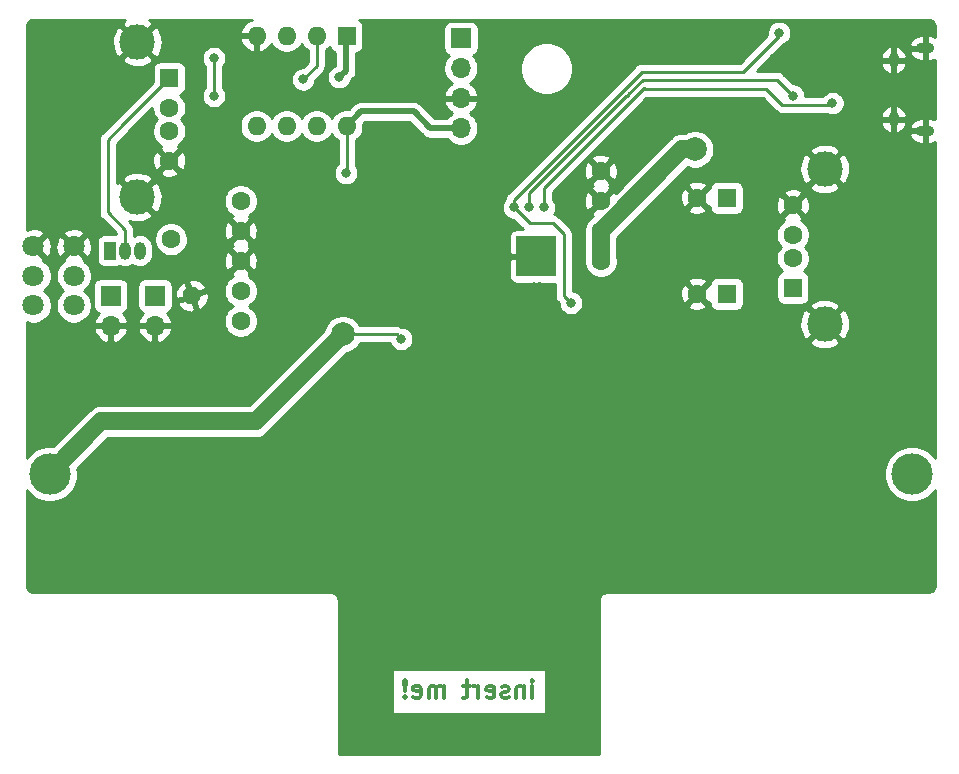
<source format=gbr>
%TF.GenerationSoftware,KiCad,Pcbnew,(5.1.9)-1*%
%TF.CreationDate,2021-05-12T15:20:05-07:00*%
%TF.ProjectId,vive_ups,76697665-5f75-4707-932e-6b696361645f,rev?*%
%TF.SameCoordinates,Original*%
%TF.FileFunction,Copper,L2,Bot*%
%TF.FilePolarity,Positive*%
%FSLAX46Y46*%
G04 Gerber Fmt 4.6, Leading zero omitted, Abs format (unit mm)*
G04 Created by KiCad (PCBNEW (5.1.9)-1) date 2021-05-12 15:20:05*
%MOMM*%
%LPD*%
G01*
G04 APERTURE LIST*
%TA.AperFunction,NonConductor*%
%ADD10C,0.300000*%
%TD*%
%TA.AperFunction,ComponentPad*%
%ADD11C,1.600000*%
%TD*%
%TA.AperFunction,ComponentPad*%
%ADD12O,1.700000X1.700000*%
%TD*%
%TA.AperFunction,ComponentPad*%
%ADD13R,1.700000X1.700000*%
%TD*%
%TA.AperFunction,SMDPad,CuDef*%
%ADD14R,3.350001X3.350001*%
%TD*%
%TA.AperFunction,ComponentPad*%
%ADD15C,0.810000*%
%TD*%
%TA.AperFunction,ComponentPad*%
%ADD16R,1.600000X1.600000*%
%TD*%
%TA.AperFunction,ComponentPad*%
%ADD17C,1.800000*%
%TD*%
%TA.AperFunction,ComponentPad*%
%ADD18O,1.550000X0.890000*%
%TD*%
%TA.AperFunction,ComponentPad*%
%ADD19O,0.950000X1.250000*%
%TD*%
%TA.AperFunction,ComponentPad*%
%ADD20C,3.500000*%
%TD*%
%TA.AperFunction,ComponentPad*%
%ADD21R,1.500000X1.600000*%
%TD*%
%TA.AperFunction,ComponentPad*%
%ADD22C,3.000000*%
%TD*%
%TA.AperFunction,ComponentPad*%
%ADD23O,1.600000X1.600000*%
%TD*%
%TA.AperFunction,ComponentPad*%
%ADD24R,1.000000X1.500000*%
%TD*%
%TA.AperFunction,ComponentPad*%
%ADD25O,1.000000X1.500000*%
%TD*%
%TA.AperFunction,ViaPad*%
%ADD26C,0.800000*%
%TD*%
%TA.AperFunction,ViaPad*%
%ADD27C,2.000000*%
%TD*%
%TA.AperFunction,Conductor*%
%ADD28C,1.524000*%
%TD*%
%TA.AperFunction,Conductor*%
%ADD29C,0.254000*%
%TD*%
%TA.AperFunction,Conductor*%
%ADD30C,0.508000*%
%TD*%
%TA.AperFunction,Conductor*%
%ADD31C,0.100000*%
%TD*%
G04 APERTURE END LIST*
D10*
X107500857Y-152062571D02*
X107500857Y-151062571D01*
X107500857Y-150562571D02*
X107572285Y-150634000D01*
X107500857Y-150705428D01*
X107429428Y-150634000D01*
X107500857Y-150562571D01*
X107500857Y-150705428D01*
X106786571Y-151062571D02*
X106786571Y-152062571D01*
X106786571Y-151205428D02*
X106715142Y-151134000D01*
X106572285Y-151062571D01*
X106358000Y-151062571D01*
X106215142Y-151134000D01*
X106143714Y-151276857D01*
X106143714Y-152062571D01*
X105500857Y-151991142D02*
X105358000Y-152062571D01*
X105072285Y-152062571D01*
X104929428Y-151991142D01*
X104858000Y-151848285D01*
X104858000Y-151776857D01*
X104929428Y-151634000D01*
X105072285Y-151562571D01*
X105286571Y-151562571D01*
X105429428Y-151491142D01*
X105500857Y-151348285D01*
X105500857Y-151276857D01*
X105429428Y-151134000D01*
X105286571Y-151062571D01*
X105072285Y-151062571D01*
X104929428Y-151134000D01*
X103643714Y-151991142D02*
X103786571Y-152062571D01*
X104072285Y-152062571D01*
X104215142Y-151991142D01*
X104286571Y-151848285D01*
X104286571Y-151276857D01*
X104215142Y-151134000D01*
X104072285Y-151062571D01*
X103786571Y-151062571D01*
X103643714Y-151134000D01*
X103572285Y-151276857D01*
X103572285Y-151419714D01*
X104286571Y-151562571D01*
X102929428Y-152062571D02*
X102929428Y-151062571D01*
X102929428Y-151348285D02*
X102858000Y-151205428D01*
X102786571Y-151134000D01*
X102643714Y-151062571D01*
X102500857Y-151062571D01*
X102215142Y-151062571D02*
X101643714Y-151062571D01*
X102000857Y-150562571D02*
X102000857Y-151848285D01*
X101929428Y-151991142D01*
X101786571Y-152062571D01*
X101643714Y-152062571D01*
X100000857Y-152062571D02*
X100000857Y-151062571D01*
X100000857Y-151205428D02*
X99929428Y-151134000D01*
X99786571Y-151062571D01*
X99572285Y-151062571D01*
X99429428Y-151134000D01*
X99358000Y-151276857D01*
X99358000Y-152062571D01*
X99358000Y-151276857D02*
X99286571Y-151134000D01*
X99143714Y-151062571D01*
X98929428Y-151062571D01*
X98786571Y-151134000D01*
X98715142Y-151276857D01*
X98715142Y-152062571D01*
X97429428Y-151991142D02*
X97572285Y-152062571D01*
X97858000Y-152062571D01*
X98000857Y-151991142D01*
X98072285Y-151848285D01*
X98072285Y-151276857D01*
X98000857Y-151134000D01*
X97858000Y-151062571D01*
X97572285Y-151062571D01*
X97429428Y-151134000D01*
X97358000Y-151276857D01*
X97358000Y-151419714D01*
X98072285Y-151562571D01*
X96715142Y-151919714D02*
X96643714Y-151991142D01*
X96715142Y-152062571D01*
X96786571Y-151991142D01*
X96715142Y-151919714D01*
X96715142Y-152062571D01*
X96715142Y-151491142D02*
X96786571Y-150634000D01*
X96715142Y-150562571D01*
X96643714Y-150634000D01*
X96715142Y-151491142D01*
X96715142Y-150562571D01*
%TO.P,R13,2*%
%TO.N,GND*%
%TA.AperFunction,ComponentPad*%
G36*
G01*
X78375046Y-117255085D02*
X78375046Y-117255085D01*
G75*
G02*
X79400416Y-117733223I273616J-751754D01*
G01*
X79400416Y-117733223D01*
G75*
G02*
X78922278Y-118758593I-751754J-273616D01*
G01*
X78922278Y-118758593D01*
G75*
G02*
X77896908Y-118280455I-273616J751754D01*
G01*
X77896908Y-118280455D01*
G75*
G02*
X78375046Y-117255085I751754J273616D01*
G01*
G37*
%TD.AperFunction*%
D11*
%TO.P,R13,1*%
%TO.N,/USB_Vin*%
X76911200Y-113233200D03*
%TD*%
D12*
%TO.P,J3,4*%
%TO.N,+3V3*%
X101447600Y-103835200D03*
%TO.P,J3,3*%
%TO.N,GND*%
X101447600Y-101295200D03*
%TO.P,J3,2*%
%TO.N,/USB_Vin*%
X101447600Y-98755200D03*
D13*
%TO.P,J3,1*%
%TO.N,Net-(J3-Pad1)*%
X101447600Y-96215200D03*
%TD*%
D12*
%TO.P,BZ2,2*%
%TO.N,GND*%
X71780400Y-120548400D03*
D13*
%TO.P,BZ2,1*%
%TO.N,Net-(BZ1-Pad1)*%
X71780400Y-118008400D03*
%TD*%
D14*
%TO.P,U5,9*%
%TO.N,GND*%
X107823000Y-114681000D03*
D15*
X109093000Y-113411000D03*
X109093000Y-115951000D03*
X107823000Y-113411000D03*
X107823000Y-115951000D03*
X106553000Y-113411000D03*
X106553000Y-115951000D03*
%TD*%
D11*
%TO.P,C5,2*%
%TO.N,GND*%
X121452000Y-109728000D03*
D16*
%TO.P,C5,1*%
%TO.N,+12V*%
X123952000Y-109728000D03*
%TD*%
D11*
%TO.P,U9,9*%
%TO.N,/12V_Backup*%
X113294000Y-115062000D03*
%TO.P,U9,8*%
X113294000Y-112522000D03*
%TO.P,U9,7*%
%TO.N,GND*%
X113294000Y-109982000D03*
%TO.P,U9,6*%
X113294000Y-107442000D03*
%TO.P,U9,5*%
%TO.N,/3.7V_Batt*%
X82794000Y-120142000D03*
%TO.P,U9,4*%
X82794000Y-117602000D03*
%TO.P,U9,3*%
%TO.N,GND*%
X82794000Y-115062000D03*
%TO.P,U9,2*%
X82794000Y-112522000D03*
%TO.P,U9,1*%
%TO.N,/stepup_EN*%
X82794000Y-109982000D03*
%TD*%
D12*
%TO.P,BZ1,2*%
%TO.N,GND*%
X75539600Y-120548400D03*
D13*
%TO.P,BZ1,1*%
%TO.N,Net-(BZ1-Pad1)*%
X75539600Y-118008400D03*
%TD*%
D17*
%TO.P,SW1,6*%
%TO.N,GND*%
X65254400Y-113832000D03*
%TO.P,SW1,5*%
%TO.N,/stepup_EN*%
X65254400Y-116332000D03*
%TO.P,SW1,4*%
%TO.N,Net-(SW1-Pad4)*%
X65254400Y-118832000D03*
%TO.P,SW1,3*%
%TO.N,GND*%
X68654400Y-113832000D03*
%TO.P,SW1,2*%
%TO.N,/buzzer_VDD*%
X68654400Y-116332000D03*
%TO.P,SW1,1*%
%TO.N,/3.7V_Batt*%
X68654400Y-118832000D03*
%TD*%
D18*
%TO.P,J2,6*%
%TO.N,GND*%
X140771400Y-97058600D03*
X140771400Y-104058600D03*
D19*
X138071400Y-98058600D03*
X138071400Y-103058600D03*
%TD*%
D20*
%TO.P,BT1,1*%
%TO.N,/3.7V_Batt*%
X139624000Y-133096000D03*
%TO.P,BT1,2*%
%TO.N,Net-(BT1-Pad2)*%
X66624000Y-133096000D03*
%TD*%
D11*
%TO.P,C9,2*%
%TO.N,GND*%
X121452000Y-117856000D03*
D16*
%TO.P,C9,1*%
%TO.N,+12V*%
X123952000Y-117856000D03*
%TD*%
D11*
%TO.P,J4,4*%
%TO.N,GND*%
X129540000Y-110348000D03*
%TO.P,J4,3*%
%TO.N,Net-(J4-Pad3)*%
X129540000Y-112848000D03*
%TO.P,J4,2*%
%TO.N,Net-(J4-Pad2)*%
X129540000Y-114848000D03*
D21*
%TO.P,J4,1*%
%TO.N,+12V*%
X129540000Y-117348000D03*
D22*
%TO.P,J4,5*%
%TO.N,GND*%
X132250000Y-107278000D03*
X132250000Y-120418000D03*
%TD*%
D11*
%TO.P,J1,4*%
%TO.N,GND*%
X76751000Y-106590000D03*
%TO.P,J1,3*%
%TO.N,/USB_IN_D+*%
X76751000Y-104090000D03*
%TO.P,J1,2*%
%TO.N,/USB_IN_D-*%
X76751000Y-102090000D03*
D21*
%TO.P,J1,1*%
%TO.N,/USB_Vin*%
X76751000Y-99590000D03*
D22*
%TO.P,J1,5*%
%TO.N,GND*%
X74041000Y-109660000D03*
X74041000Y-96520000D03*
%TD*%
D23*
%TO.P,U8,8*%
%TO.N,+3V3*%
X91757500Y-103632000D03*
%TO.P,U8,4*%
%TO.N,GND*%
X84137500Y-96012000D03*
%TO.P,U8,7*%
%TO.N,/QC3_DmGnd*%
X89217500Y-103632000D03*
%TO.P,U8,3*%
%TO.N,Net-(D1-Pad2)*%
X86677500Y-96012000D03*
%TO.P,U8,6*%
%TO.N,/QC3_Dp*%
X86677500Y-103632000D03*
%TO.P,U8,2*%
%TO.N,/QC3_Dm*%
X89217500Y-96012000D03*
%TO.P,U8,5*%
%TO.N,Net-(U8-Pad5)*%
X84137500Y-103632000D03*
D16*
%TO.P,U8,1*%
%TO.N,+3V3*%
X91757500Y-96012000D03*
%TD*%
D24*
%TO.P,Q1,1*%
%TO.N,/buzzer_VDD*%
X71729600Y-114198400D03*
D25*
%TO.P,Q1,3*%
%TO.N,Net-(BZ1-Pad1)*%
X74269600Y-114198400D03*
%TO.P,Q1,2*%
%TO.N,/USB_Vin*%
X72999600Y-114198400D03*
%TD*%
D26*
%TO.N,GND*%
X92265500Y-119126000D03*
X112776000Y-95504000D03*
X122428000Y-95123000D03*
X82600800Y-104902000D03*
X119176800Y-95504000D03*
X104444800Y-95300800D03*
X111252000Y-102108000D03*
X98425002Y-121412000D03*
X105918000Y-121285004D03*
X78689200Y-102057200D03*
X115011200Y-105765600D03*
X96367600Y-105511600D03*
X95859600Y-96570800D03*
X104698800Y-102412800D03*
X78333600Y-95961200D03*
X109370500Y-121539000D03*
X91011350Y-114938150D03*
X99364800Y-113995202D03*
X76809600Y-115925600D03*
D27*
%TO.N,/12V_Backup*%
X121259600Y-105613194D03*
D26*
%TO.N,/QC3_Dm*%
X88087200Y-99695000D03*
D27*
%TO.N,Net-(BT1-Pad2)*%
X91440000Y-121285000D03*
D26*
X96393000Y-121666000D03*
%TO.N,Net-(D2-Pad2)*%
X105918000Y-110531000D03*
X128397000Y-95758000D03*
X110744000Y-118618000D03*
%TO.N,Net-(R3-Pad2)*%
X108458000Y-110531000D03*
X132892800Y-101701600D03*
%TO.N,Net-(R4-Pad1)*%
X107188000Y-110490000D03*
X129540001Y-101076190D03*
%TO.N,+3V3*%
X91694000Y-107645200D03*
X91135200Y-99517200D03*
%TO.N,Net-(D1-Pad1)*%
X80518000Y-97891600D03*
X80518000Y-101092000D03*
%TD*%
D28*
%TO.N,/12V_Backup*%
X113294000Y-112522000D02*
X113294000Y-115062000D01*
X113294000Y-112522000D02*
X120202806Y-105613194D01*
X120202806Y-105613194D02*
X121259600Y-105613194D01*
D29*
%TO.N,/USB_Vin*%
X71526400Y-104814600D02*
X72847200Y-103493800D01*
X71526400Y-110947200D02*
X71526400Y-104814600D01*
X72999600Y-112420400D02*
X71526400Y-110947200D01*
X72847200Y-103493800D02*
X76751000Y-99590000D01*
X72999600Y-114198400D02*
X72999600Y-112420400D01*
%TO.N,/QC3_Dm*%
X89217500Y-98564700D02*
X88087200Y-99695000D01*
X89217500Y-96012000D02*
X89217500Y-98564700D01*
%TO.N,Net-(BT1-Pad2)*%
X91440000Y-121285000D02*
X96012000Y-121285000D01*
X96012000Y-121285000D02*
X96393000Y-121666000D01*
D28*
X84074000Y-128651000D02*
X91440000Y-121285000D01*
X70993000Y-128651000D02*
X84074000Y-128651000D01*
X66624000Y-133020000D02*
X70993000Y-128651000D01*
X66624000Y-133096000D02*
X66624000Y-133020000D01*
D29*
%TO.N,Net-(D2-Pad2)*%
X110134400Y-118008400D02*
X110744000Y-118618000D01*
X110134400Y-112776000D02*
X110134400Y-118008400D01*
X109245400Y-111887000D02*
X110134400Y-112776000D01*
X107274000Y-111887000D02*
X109245400Y-111887000D01*
X105918000Y-110531000D02*
X107274000Y-111887000D01*
X128397000Y-96012000D02*
X128397000Y-95758000D01*
X125349000Y-99060000D02*
X128397000Y-96012000D01*
X116738400Y-99060000D02*
X125349000Y-99060000D01*
X105918000Y-109880400D02*
X116738400Y-99060000D01*
X105918000Y-110531000D02*
X105918000Y-109880400D01*
%TO.N,Net-(R3-Pad2)*%
X132740400Y-101854000D02*
X132892800Y-101701600D01*
X128625600Y-101854000D02*
X132740400Y-101854000D01*
X127304800Y-100533200D02*
X128625600Y-101854000D01*
X117043200Y-100533200D02*
X127304800Y-100533200D01*
X116941600Y-100431600D02*
X117043200Y-100533200D01*
X108458000Y-108915200D02*
X116941600Y-100431600D01*
X108458000Y-110531000D02*
X108458000Y-108915200D01*
%TO.N,Net-(R4-Pad1)*%
X107188000Y-110490000D02*
X107188000Y-109347000D01*
X107188000Y-109347000D02*
X115458810Y-101076190D01*
X115604990Y-101076190D02*
X115604990Y-100955410D01*
X115458810Y-101076190D02*
X115604990Y-101076190D01*
X115604990Y-100955410D02*
X116840000Y-99720400D01*
X128184211Y-99720400D02*
X129540001Y-101076190D01*
X116840000Y-99720400D02*
X128184211Y-99720400D01*
D30*
%TO.N,+3V3*%
X101447600Y-103835200D02*
X98856800Y-103835200D01*
X98856800Y-103835200D02*
X97434400Y-102412800D01*
X92976700Y-102412800D02*
X91757500Y-103632000D01*
X97434400Y-102412800D02*
X92976700Y-102412800D01*
D29*
X91757500Y-103632000D02*
X91757500Y-107581700D01*
X91757500Y-107581700D02*
X91694000Y-107645200D01*
D30*
X91694000Y-96075500D02*
X91757500Y-96012000D01*
X91694000Y-98958400D02*
X91694000Y-96075500D01*
X91135200Y-99517200D02*
X91694000Y-98958400D01*
D29*
%TO.N,Net-(D1-Pad1)*%
X80518000Y-97891600D02*
X80518000Y-101092000D01*
%TD*%
%TO.N,GND*%
X72884962Y-94712786D02*
X72728952Y-95028347D01*
X74041000Y-96340395D01*
X75353048Y-95028347D01*
X75197038Y-94712786D01*
X75054071Y-94640000D01*
X83722838Y-94640000D01*
X83654413Y-94660754D01*
X83400080Y-94780963D01*
X83174086Y-94948481D01*
X82985115Y-95156869D01*
X82840430Y-95398119D01*
X82745591Y-95662960D01*
X82866876Y-95885000D01*
X84010500Y-95885000D01*
X84010500Y-95865000D01*
X84264500Y-95865000D01*
X84264500Y-95885000D01*
X84284500Y-95885000D01*
X84284500Y-96139000D01*
X84264500Y-96139000D01*
X84264500Y-97281915D01*
X84486539Y-97403904D01*
X84620587Y-97363246D01*
X84874920Y-97243037D01*
X85100914Y-97075519D01*
X85289885Y-96867131D01*
X85401433Y-96681135D01*
X85405820Y-96691727D01*
X85562863Y-96926759D01*
X85762741Y-97126637D01*
X85997773Y-97283680D01*
X86258926Y-97391853D01*
X86536165Y-97447000D01*
X86818835Y-97447000D01*
X87096074Y-97391853D01*
X87357227Y-97283680D01*
X87592259Y-97126637D01*
X87792137Y-96926759D01*
X87947500Y-96694241D01*
X88102863Y-96926759D01*
X88302741Y-97126637D01*
X88455500Y-97228707D01*
X88455501Y-98249069D01*
X88044570Y-98660000D01*
X87985261Y-98660000D01*
X87785302Y-98699774D01*
X87596944Y-98777795D01*
X87427426Y-98891063D01*
X87283263Y-99035226D01*
X87169995Y-99204744D01*
X87091974Y-99393102D01*
X87052200Y-99593061D01*
X87052200Y-99796939D01*
X87091974Y-99996898D01*
X87169995Y-100185256D01*
X87283263Y-100354774D01*
X87427426Y-100498937D01*
X87596944Y-100612205D01*
X87785302Y-100690226D01*
X87985261Y-100730000D01*
X88189139Y-100730000D01*
X88389098Y-100690226D01*
X88577456Y-100612205D01*
X88746974Y-100498937D01*
X88891137Y-100354774D01*
X89004405Y-100185256D01*
X89082426Y-99996898D01*
X89122200Y-99796939D01*
X89122200Y-99737630D01*
X89729846Y-99129984D01*
X89758922Y-99106122D01*
X89819357Y-99032481D01*
X89854145Y-98990093D01*
X89924901Y-98857716D01*
X89924902Y-98857715D01*
X89968474Y-98714078D01*
X89979500Y-98602126D01*
X89979500Y-98602123D01*
X89983186Y-98564700D01*
X89979500Y-98527277D01*
X89979500Y-97228707D01*
X90132259Y-97126637D01*
X90330857Y-96928039D01*
X90331688Y-96936482D01*
X90367998Y-97056180D01*
X90426963Y-97166494D01*
X90506315Y-97263185D01*
X90603006Y-97342537D01*
X90713320Y-97401502D01*
X90805001Y-97429313D01*
X90805000Y-98533697D01*
X90644944Y-98599995D01*
X90475426Y-98713263D01*
X90331263Y-98857426D01*
X90217995Y-99026944D01*
X90139974Y-99215302D01*
X90100200Y-99415261D01*
X90100200Y-99619139D01*
X90139974Y-99819098D01*
X90217995Y-100007456D01*
X90331263Y-100176974D01*
X90475426Y-100321137D01*
X90644944Y-100434405D01*
X90833302Y-100512426D01*
X91033261Y-100552200D01*
X91237139Y-100552200D01*
X91437098Y-100512426D01*
X91625456Y-100434405D01*
X91794974Y-100321137D01*
X91939137Y-100176974D01*
X92052405Y-100007456D01*
X92130426Y-99819098D01*
X92140330Y-99769305D01*
X92291737Y-99617898D01*
X92325659Y-99590059D01*
X92436753Y-99454691D01*
X92519303Y-99300251D01*
X92570136Y-99132674D01*
X92583000Y-99002067D01*
X92583000Y-99002066D01*
X92587301Y-98958400D01*
X92583000Y-98914732D01*
X92583000Y-97447561D01*
X92681982Y-97437812D01*
X92801680Y-97401502D01*
X92911994Y-97342537D01*
X93008685Y-97263185D01*
X93088037Y-97166494D01*
X93147002Y-97056180D01*
X93183312Y-96936482D01*
X93195572Y-96812000D01*
X93195572Y-95365200D01*
X99959528Y-95365200D01*
X99959528Y-97065200D01*
X99971788Y-97189682D01*
X100008098Y-97309380D01*
X100067063Y-97419694D01*
X100146415Y-97516385D01*
X100243106Y-97595737D01*
X100353420Y-97654702D01*
X100425980Y-97676713D01*
X100294125Y-97808568D01*
X100131610Y-98051789D01*
X100019668Y-98322042D01*
X99962600Y-98608940D01*
X99962600Y-98901460D01*
X100019668Y-99188358D01*
X100131610Y-99458611D01*
X100294125Y-99701832D01*
X100500968Y-99908675D01*
X100683134Y-100030395D01*
X100566245Y-100100022D01*
X100350012Y-100294931D01*
X100175959Y-100528280D01*
X100050775Y-100791101D01*
X100006124Y-100938310D01*
X100127445Y-101168200D01*
X101320600Y-101168200D01*
X101320600Y-101148200D01*
X101574600Y-101148200D01*
X101574600Y-101168200D01*
X102767755Y-101168200D01*
X102889076Y-100938310D01*
X102844425Y-100791101D01*
X102719241Y-100528280D01*
X102545188Y-100294931D01*
X102328955Y-100100022D01*
X102212066Y-100030395D01*
X102394232Y-99908675D01*
X102601075Y-99701832D01*
X102763590Y-99458611D01*
X102875532Y-99188358D01*
X102932600Y-98901460D01*
X102932600Y-98608940D01*
X102928012Y-98585872D01*
X106477000Y-98585872D01*
X106477000Y-99026128D01*
X106562890Y-99457925D01*
X106731369Y-99864669D01*
X106975962Y-100230729D01*
X107287271Y-100542038D01*
X107653331Y-100786631D01*
X108060075Y-100955110D01*
X108491872Y-101041000D01*
X108932128Y-101041000D01*
X109363925Y-100955110D01*
X109770669Y-100786631D01*
X110136729Y-100542038D01*
X110448038Y-100230729D01*
X110692631Y-99864669D01*
X110861110Y-99457925D01*
X110947000Y-99026128D01*
X110947000Y-98585872D01*
X110861110Y-98154075D01*
X110692631Y-97747331D01*
X110448038Y-97381271D01*
X110136729Y-97069962D01*
X109770669Y-96825369D01*
X109363925Y-96656890D01*
X108932128Y-96571000D01*
X108491872Y-96571000D01*
X108060075Y-96656890D01*
X107653331Y-96825369D01*
X107287271Y-97069962D01*
X106975962Y-97381271D01*
X106731369Y-97747331D01*
X106562890Y-98154075D01*
X106477000Y-98585872D01*
X102928012Y-98585872D01*
X102875532Y-98322042D01*
X102763590Y-98051789D01*
X102601075Y-97808568D01*
X102469220Y-97676713D01*
X102541780Y-97654702D01*
X102652094Y-97595737D01*
X102748785Y-97516385D01*
X102828137Y-97419694D01*
X102887102Y-97309380D01*
X102923412Y-97189682D01*
X102935672Y-97065200D01*
X102935672Y-95365200D01*
X102923412Y-95240718D01*
X102887102Y-95121020D01*
X102828137Y-95010706D01*
X102748785Y-94914015D01*
X102652094Y-94834663D01*
X102541780Y-94775698D01*
X102422082Y-94739388D01*
X102297600Y-94727128D01*
X100597600Y-94727128D01*
X100473118Y-94739388D01*
X100353420Y-94775698D01*
X100243106Y-94834663D01*
X100146415Y-94914015D01*
X100067063Y-95010706D01*
X100008098Y-95121020D01*
X99971788Y-95240718D01*
X99959528Y-95365200D01*
X93195572Y-95365200D01*
X93195572Y-95212000D01*
X93183312Y-95087518D01*
X93147002Y-94967820D01*
X93088037Y-94857506D01*
X93008685Y-94760815D01*
X92911994Y-94681463D01*
X92834423Y-94640000D01*
X140937721Y-94640000D01*
X141087869Y-94654722D01*
X141201246Y-94688953D01*
X141305819Y-94744555D01*
X141397596Y-94819407D01*
X141473091Y-94910664D01*
X141529419Y-95014844D01*
X141564440Y-95127976D01*
X141580001Y-95276031D01*
X141580001Y-96086699D01*
X141436657Y-96024128D01*
X141228400Y-95978600D01*
X140898400Y-95978600D01*
X140898400Y-96931600D01*
X140918400Y-96931600D01*
X140918400Y-97185600D01*
X140898400Y-97185600D01*
X140898400Y-98138600D01*
X141228400Y-98138600D01*
X141436657Y-98093072D01*
X141580001Y-98030501D01*
X141580001Y-103086698D01*
X141436657Y-103024128D01*
X141228400Y-102978600D01*
X140898400Y-102978600D01*
X140898400Y-103931600D01*
X140918400Y-103931600D01*
X140918400Y-104185600D01*
X140898400Y-104185600D01*
X140898400Y-105138600D01*
X141228400Y-105138600D01*
X141436657Y-105093072D01*
X141580001Y-105030502D01*
X141580000Y-131730475D01*
X141476550Y-131575651D01*
X141144349Y-131243450D01*
X140753721Y-130982440D01*
X140319679Y-130802654D01*
X139858902Y-130711000D01*
X139389098Y-130711000D01*
X138928321Y-130802654D01*
X138494279Y-130982440D01*
X138103651Y-131243450D01*
X137771450Y-131575651D01*
X137510440Y-131966279D01*
X137330654Y-132400321D01*
X137239000Y-132861098D01*
X137239000Y-133330902D01*
X137330654Y-133791679D01*
X137510440Y-134225721D01*
X137771450Y-134616349D01*
X138103651Y-134948550D01*
X138494279Y-135209560D01*
X138928321Y-135389346D01*
X139389098Y-135481000D01*
X139858902Y-135481000D01*
X140319679Y-135389346D01*
X140753721Y-135209560D01*
X141144349Y-134948550D01*
X141476550Y-134616349D01*
X141580000Y-134461525D01*
X141580000Y-142461721D01*
X141565278Y-142611869D01*
X141531047Y-142725246D01*
X141475446Y-142829817D01*
X141400594Y-142921595D01*
X141309335Y-142997091D01*
X141205160Y-143053419D01*
X141092024Y-143088440D01*
X140943979Y-143104000D01*
X113824419Y-143104000D01*
X113792000Y-143100807D01*
X113759581Y-143104000D01*
X113662617Y-143113550D01*
X113538207Y-143151290D01*
X113423550Y-143212575D01*
X113323052Y-143295052D01*
X113240575Y-143395550D01*
X113179290Y-143510207D01*
X113141550Y-143634617D01*
X113128807Y-143764000D01*
X113132001Y-143796429D01*
X113132000Y-156820000D01*
X91084000Y-156820000D01*
X91084000Y-149594000D01*
X95573000Y-149594000D01*
X95573000Y-153414000D01*
X108643000Y-153414000D01*
X108643000Y-149594000D01*
X95573000Y-149594000D01*
X91084000Y-149594000D01*
X91084000Y-143796419D01*
X91087193Y-143764000D01*
X91074450Y-143634617D01*
X91036710Y-143510207D01*
X90975425Y-143395550D01*
X90892948Y-143295052D01*
X90792450Y-143212575D01*
X90677793Y-143151290D01*
X90553383Y-143113550D01*
X90456419Y-143104000D01*
X90424000Y-143100807D01*
X90391581Y-143104000D01*
X65310279Y-143104000D01*
X65160131Y-143089278D01*
X65046754Y-143055047D01*
X64942183Y-142999446D01*
X64850405Y-142924594D01*
X64774909Y-142833335D01*
X64718581Y-142729160D01*
X64683560Y-142616024D01*
X64668000Y-142467979D01*
X64668000Y-134461526D01*
X64771450Y-134616349D01*
X65103651Y-134948550D01*
X65494279Y-135209560D01*
X65928321Y-135389346D01*
X66389098Y-135481000D01*
X66858902Y-135481000D01*
X67319679Y-135389346D01*
X67753721Y-135209560D01*
X68144349Y-134948550D01*
X68476550Y-134616349D01*
X68737560Y-134225721D01*
X68917346Y-133791679D01*
X69009000Y-133330902D01*
X69009000Y-132861098D01*
X68967449Y-132652207D01*
X71571657Y-130048000D01*
X84005375Y-130048000D01*
X84074000Y-130054759D01*
X84142625Y-130048000D01*
X84347860Y-130027786D01*
X84611195Y-129947904D01*
X84853887Y-129818183D01*
X85066608Y-129643608D01*
X85110364Y-129590291D01*
X91825258Y-122875399D01*
X91916912Y-122857168D01*
X92214463Y-122733918D01*
X92482252Y-122554987D01*
X92709987Y-122327252D01*
X92888918Y-122059463D01*
X92894080Y-122047000D01*
X95430539Y-122047000D01*
X95475795Y-122156256D01*
X95589063Y-122325774D01*
X95733226Y-122469937D01*
X95902744Y-122583205D01*
X96091102Y-122661226D01*
X96291061Y-122701000D01*
X96494939Y-122701000D01*
X96694898Y-122661226D01*
X96883256Y-122583205D01*
X97052774Y-122469937D01*
X97196937Y-122325774D01*
X97310205Y-122156256D01*
X97388226Y-121967898D01*
X97399811Y-121909653D01*
X130937952Y-121909653D01*
X131093962Y-122225214D01*
X131468745Y-122416020D01*
X131873551Y-122530044D01*
X132292824Y-122562902D01*
X132710451Y-122513334D01*
X133110383Y-122383243D01*
X133406038Y-122225214D01*
X133562048Y-121909653D01*
X132250000Y-120597605D01*
X130937952Y-121909653D01*
X97399811Y-121909653D01*
X97428000Y-121767939D01*
X97428000Y-121564061D01*
X97388226Y-121364102D01*
X97310205Y-121175744D01*
X97196937Y-121006226D01*
X97052774Y-120862063D01*
X96883256Y-120748795D01*
X96694898Y-120670774D01*
X96494939Y-120631000D01*
X96404923Y-120631000D01*
X96305015Y-120577598D01*
X96161378Y-120534026D01*
X96049426Y-120523000D01*
X96049423Y-120523000D01*
X96012000Y-120519314D01*
X95974577Y-120523000D01*
X92894080Y-120523000D01*
X92888918Y-120510537D01*
X92855701Y-120460824D01*
X130105098Y-120460824D01*
X130154666Y-120878451D01*
X130284757Y-121278383D01*
X130442786Y-121574038D01*
X130758347Y-121730048D01*
X132070395Y-120418000D01*
X132429605Y-120418000D01*
X133741653Y-121730048D01*
X134057214Y-121574038D01*
X134248020Y-121199255D01*
X134362044Y-120794449D01*
X134394902Y-120375176D01*
X134345334Y-119957549D01*
X134215243Y-119557617D01*
X134057214Y-119261962D01*
X133741653Y-119105952D01*
X132429605Y-120418000D01*
X132070395Y-120418000D01*
X130758347Y-119105952D01*
X130442786Y-119261962D01*
X130251980Y-119636745D01*
X130137956Y-120041551D01*
X130105098Y-120460824D01*
X92855701Y-120460824D01*
X92709987Y-120242748D01*
X92482252Y-120015013D01*
X92214463Y-119836082D01*
X91916912Y-119712832D01*
X91601033Y-119650000D01*
X91278967Y-119650000D01*
X90963088Y-119712832D01*
X90665537Y-119836082D01*
X90397748Y-120015013D01*
X90170013Y-120242748D01*
X89991082Y-120510537D01*
X89867832Y-120808088D01*
X89849601Y-120899742D01*
X83495345Y-127254000D01*
X71061624Y-127254000D01*
X70992999Y-127247241D01*
X70719140Y-127274214D01*
X70455805Y-127354096D01*
X70213113Y-127483817D01*
X70000392Y-127658392D01*
X69956645Y-127711698D01*
X66941012Y-130727333D01*
X66858902Y-130711000D01*
X66389098Y-130711000D01*
X65928321Y-130802654D01*
X65494279Y-130982440D01*
X65103651Y-131243450D01*
X64771450Y-131575651D01*
X64668000Y-131730474D01*
X64668000Y-120905290D01*
X70338924Y-120905290D01*
X70383575Y-121052499D01*
X70508759Y-121315320D01*
X70682812Y-121548669D01*
X70899045Y-121743578D01*
X71149148Y-121892557D01*
X71423509Y-121989881D01*
X71653400Y-121869214D01*
X71653400Y-120675400D01*
X71907400Y-120675400D01*
X71907400Y-121869214D01*
X72137291Y-121989881D01*
X72411652Y-121892557D01*
X72661755Y-121743578D01*
X72877988Y-121548669D01*
X73052041Y-121315320D01*
X73177225Y-121052499D01*
X73221876Y-120905290D01*
X74098124Y-120905290D01*
X74142775Y-121052499D01*
X74267959Y-121315320D01*
X74442012Y-121548669D01*
X74658245Y-121743578D01*
X74908348Y-121892557D01*
X75182709Y-121989881D01*
X75412600Y-121869214D01*
X75412600Y-120675400D01*
X75666600Y-120675400D01*
X75666600Y-121869214D01*
X75896491Y-121989881D01*
X76170852Y-121892557D01*
X76420955Y-121743578D01*
X76637188Y-121548669D01*
X76811241Y-121315320D01*
X76936425Y-121052499D01*
X76981076Y-120905290D01*
X76859755Y-120675400D01*
X75666600Y-120675400D01*
X75412600Y-120675400D01*
X74219445Y-120675400D01*
X74098124Y-120905290D01*
X73221876Y-120905290D01*
X73100555Y-120675400D01*
X71907400Y-120675400D01*
X71653400Y-120675400D01*
X70460245Y-120675400D01*
X70338924Y-120905290D01*
X64668000Y-120905290D01*
X64668000Y-120250577D01*
X64806657Y-120308011D01*
X65103216Y-120367000D01*
X65405584Y-120367000D01*
X65702143Y-120308011D01*
X65981495Y-120192299D01*
X66232905Y-120024312D01*
X66446712Y-119810505D01*
X66614699Y-119559095D01*
X66730411Y-119279743D01*
X66789400Y-118983184D01*
X66789400Y-118680816D01*
X66730411Y-118384257D01*
X66614699Y-118104905D01*
X66446712Y-117853495D01*
X66232905Y-117639688D01*
X66146569Y-117582000D01*
X66232905Y-117524312D01*
X66446712Y-117310505D01*
X66614699Y-117059095D01*
X66730411Y-116779743D01*
X66789400Y-116483184D01*
X66789400Y-116180816D01*
X67119400Y-116180816D01*
X67119400Y-116483184D01*
X67178389Y-116779743D01*
X67294101Y-117059095D01*
X67462088Y-117310505D01*
X67675895Y-117524312D01*
X67762231Y-117582000D01*
X67675895Y-117639688D01*
X67462088Y-117853495D01*
X67294101Y-118104905D01*
X67178389Y-118384257D01*
X67119400Y-118680816D01*
X67119400Y-118983184D01*
X67178389Y-119279743D01*
X67294101Y-119559095D01*
X67462088Y-119810505D01*
X67675895Y-120024312D01*
X67927305Y-120192299D01*
X68206657Y-120308011D01*
X68503216Y-120367000D01*
X68805584Y-120367000D01*
X69102143Y-120308011D01*
X69381495Y-120192299D01*
X69632905Y-120024312D01*
X69846712Y-119810505D01*
X70014699Y-119559095D01*
X70130411Y-119279743D01*
X70189400Y-118983184D01*
X70189400Y-118680816D01*
X70130411Y-118384257D01*
X70014699Y-118104905D01*
X69846712Y-117853495D01*
X69632905Y-117639688D01*
X69546569Y-117582000D01*
X69632905Y-117524312D01*
X69846712Y-117310505D01*
X69948345Y-117158400D01*
X70292328Y-117158400D01*
X70292328Y-118858400D01*
X70304588Y-118982882D01*
X70340898Y-119102580D01*
X70399863Y-119212894D01*
X70479215Y-119309585D01*
X70575906Y-119388937D01*
X70686220Y-119447902D01*
X70766866Y-119472366D01*
X70682812Y-119548131D01*
X70508759Y-119781480D01*
X70383575Y-120044301D01*
X70338924Y-120191510D01*
X70460245Y-120421400D01*
X71653400Y-120421400D01*
X71653400Y-120401400D01*
X71907400Y-120401400D01*
X71907400Y-120421400D01*
X73100555Y-120421400D01*
X73221876Y-120191510D01*
X73177225Y-120044301D01*
X73052041Y-119781480D01*
X72877988Y-119548131D01*
X72793934Y-119472366D01*
X72874580Y-119447902D01*
X72984894Y-119388937D01*
X73081585Y-119309585D01*
X73160937Y-119212894D01*
X73219902Y-119102580D01*
X73256212Y-118982882D01*
X73268472Y-118858400D01*
X73268472Y-117158400D01*
X74051528Y-117158400D01*
X74051528Y-118858400D01*
X74063788Y-118982882D01*
X74100098Y-119102580D01*
X74159063Y-119212894D01*
X74238415Y-119309585D01*
X74335106Y-119388937D01*
X74445420Y-119447902D01*
X74526066Y-119472366D01*
X74442012Y-119548131D01*
X74267959Y-119781480D01*
X74142775Y-120044301D01*
X74098124Y-120191510D01*
X74219445Y-120421400D01*
X75412600Y-120421400D01*
X75412600Y-120401400D01*
X75666600Y-120401400D01*
X75666600Y-120421400D01*
X76859755Y-120421400D01*
X76981076Y-120191510D01*
X76936425Y-120044301D01*
X76811241Y-119781480D01*
X76637188Y-119548131D01*
X76553134Y-119472366D01*
X76633780Y-119447902D01*
X76744094Y-119388937D01*
X76840785Y-119309585D01*
X76920137Y-119212894D01*
X76979102Y-119102580D01*
X77015412Y-118982882D01*
X77027672Y-118858400D01*
X77027672Y-118810890D01*
X77460074Y-118810890D01*
X77639775Y-119027323D01*
X77858246Y-119204538D01*
X78107094Y-119335727D01*
X78376753Y-119415848D01*
X78656862Y-119441820D01*
X78796732Y-119434179D01*
X78963658Y-119243605D01*
X78572758Y-118169617D01*
X77498103Y-118560759D01*
X77460074Y-118810890D01*
X77027672Y-118810890D01*
X77027672Y-117873604D01*
X77219855Y-117873604D01*
X77221317Y-118154910D01*
X77411229Y-118322077D01*
X78068794Y-118082743D01*
X78811440Y-118082743D01*
X79202339Y-119156732D01*
X79452711Y-119195423D01*
X79564769Y-119111369D01*
X79762650Y-118911423D01*
X79917720Y-118676713D01*
X80024022Y-118416260D01*
X80077469Y-118140074D01*
X80076007Y-117858768D01*
X79886095Y-117691601D01*
X78811440Y-118082743D01*
X78068794Y-118082743D01*
X78485884Y-117930935D01*
X78094985Y-116856946D01*
X77844613Y-116818255D01*
X77732555Y-116902309D01*
X77534674Y-117102255D01*
X77379604Y-117336965D01*
X77273302Y-117597418D01*
X77219855Y-117873604D01*
X77027672Y-117873604D01*
X77027672Y-117158400D01*
X77015412Y-117033918D01*
X76979102Y-116914220D01*
X76920137Y-116803906D01*
X76892372Y-116770073D01*
X78333666Y-116770073D01*
X78724566Y-117844061D01*
X79777939Y-117460665D01*
X81359000Y-117460665D01*
X81359000Y-117743335D01*
X81414147Y-118020574D01*
X81522320Y-118281727D01*
X81679363Y-118516759D01*
X81879241Y-118716637D01*
X82111759Y-118872000D01*
X81879241Y-119027363D01*
X81679363Y-119227241D01*
X81522320Y-119462273D01*
X81414147Y-119723426D01*
X81359000Y-120000665D01*
X81359000Y-120283335D01*
X81414147Y-120560574D01*
X81522320Y-120821727D01*
X81679363Y-121056759D01*
X81879241Y-121256637D01*
X82114273Y-121413680D01*
X82375426Y-121521853D01*
X82652665Y-121577000D01*
X82935335Y-121577000D01*
X83212574Y-121521853D01*
X83473727Y-121413680D01*
X83708759Y-121256637D01*
X83908637Y-121056759D01*
X84065680Y-120821727D01*
X84173853Y-120560574D01*
X84229000Y-120283335D01*
X84229000Y-120000665D01*
X84173853Y-119723426D01*
X84065680Y-119462273D01*
X83908637Y-119227241D01*
X83708759Y-119027363D01*
X83476241Y-118872000D01*
X83708759Y-118716637D01*
X83908637Y-118516759D01*
X84065680Y-118281727D01*
X84173853Y-118020574D01*
X84229000Y-117743335D01*
X84229000Y-117460665D01*
X84173853Y-117183426D01*
X84065680Y-116922273D01*
X83908637Y-116687241D01*
X83708759Y-116487363D01*
X83474872Y-116331085D01*
X83535514Y-116298671D01*
X83607097Y-116054702D01*
X82794000Y-115241605D01*
X81980903Y-116054702D01*
X82052486Y-116298671D01*
X82116992Y-116329194D01*
X82114273Y-116330320D01*
X81879241Y-116487363D01*
X81679363Y-116687241D01*
X81522320Y-116922273D01*
X81414147Y-117183426D01*
X81359000Y-117460665D01*
X79777939Y-117460665D01*
X79799221Y-117452919D01*
X79837250Y-117202788D01*
X79657549Y-116986355D01*
X79439078Y-116809140D01*
X79190230Y-116677951D01*
X78920571Y-116597830D01*
X78640462Y-116571858D01*
X78500592Y-116579499D01*
X78333666Y-116770073D01*
X76892372Y-116770073D01*
X76840785Y-116707215D01*
X76744094Y-116627863D01*
X76633780Y-116568898D01*
X76514082Y-116532588D01*
X76389600Y-116520328D01*
X74689600Y-116520328D01*
X74565118Y-116532588D01*
X74445420Y-116568898D01*
X74335106Y-116627863D01*
X74238415Y-116707215D01*
X74159063Y-116803906D01*
X74100098Y-116914220D01*
X74063788Y-117033918D01*
X74051528Y-117158400D01*
X73268472Y-117158400D01*
X73256212Y-117033918D01*
X73219902Y-116914220D01*
X73160937Y-116803906D01*
X73081585Y-116707215D01*
X72984894Y-116627863D01*
X72874580Y-116568898D01*
X72754882Y-116532588D01*
X72630400Y-116520328D01*
X70930400Y-116520328D01*
X70805918Y-116532588D01*
X70686220Y-116568898D01*
X70575906Y-116627863D01*
X70479215Y-116707215D01*
X70399863Y-116803906D01*
X70340898Y-116914220D01*
X70304588Y-117033918D01*
X70292328Y-117158400D01*
X69948345Y-117158400D01*
X70014699Y-117059095D01*
X70130411Y-116779743D01*
X70189400Y-116483184D01*
X70189400Y-116180816D01*
X70130411Y-115884257D01*
X70014699Y-115604905D01*
X69846712Y-115353495D01*
X69632905Y-115139688D01*
X69490090Y-115044262D01*
X69538875Y-114896080D01*
X68654400Y-114011605D01*
X67769925Y-114896080D01*
X67818710Y-115044262D01*
X67675895Y-115139688D01*
X67462088Y-115353495D01*
X67294101Y-115604905D01*
X67178389Y-115884257D01*
X67119400Y-116180816D01*
X66789400Y-116180816D01*
X66730411Y-115884257D01*
X66614699Y-115604905D01*
X66446712Y-115353495D01*
X66232905Y-115139688D01*
X66090090Y-115044262D01*
X66138875Y-114896080D01*
X65254400Y-114011605D01*
X65240258Y-114025748D01*
X65060653Y-113846143D01*
X65074795Y-113832000D01*
X65434005Y-113832000D01*
X66318480Y-114716475D01*
X66572661Y-114632792D01*
X66703558Y-114360225D01*
X66778765Y-114067358D01*
X66788060Y-113898553D01*
X67113409Y-113898553D01*
X67156003Y-114197907D01*
X67256178Y-114483199D01*
X67336139Y-114632792D01*
X67590320Y-114716475D01*
X68474795Y-113832000D01*
X68834005Y-113832000D01*
X69718480Y-114716475D01*
X69972661Y-114632792D01*
X70103558Y-114360225D01*
X70178765Y-114067358D01*
X70195391Y-113765447D01*
X70152797Y-113466093D01*
X70146585Y-113448400D01*
X70591528Y-113448400D01*
X70591528Y-114948400D01*
X70603788Y-115072882D01*
X70640098Y-115192580D01*
X70699063Y-115302894D01*
X70778415Y-115399585D01*
X70875106Y-115478937D01*
X70985420Y-115537902D01*
X71105118Y-115574212D01*
X71229600Y-115586472D01*
X72229600Y-115586472D01*
X72354082Y-115574212D01*
X72473780Y-115537902D01*
X72551979Y-115496103D01*
X72563153Y-115502076D01*
X72777101Y-115566977D01*
X72999600Y-115588891D01*
X73222098Y-115566977D01*
X73436046Y-115502076D01*
X73633223Y-115396684D01*
X73634600Y-115395554D01*
X73635977Y-115396684D01*
X73833153Y-115502076D01*
X74047101Y-115566977D01*
X74269600Y-115588891D01*
X74492098Y-115566977D01*
X74706046Y-115502076D01*
X74903223Y-115396684D01*
X75076049Y-115254849D01*
X75176448Y-115132512D01*
X81353783Y-115132512D01*
X81395213Y-115412130D01*
X81490397Y-115678292D01*
X81557329Y-115803514D01*
X81801298Y-115875097D01*
X82614395Y-115062000D01*
X82973605Y-115062000D01*
X83786702Y-115875097D01*
X84030671Y-115803514D01*
X84151571Y-115548004D01*
X84220300Y-115273816D01*
X84234217Y-114991488D01*
X84192787Y-114711870D01*
X84097603Y-114445708D01*
X84030671Y-114320486D01*
X83786702Y-114248903D01*
X82973605Y-115062000D01*
X82614395Y-115062000D01*
X81801298Y-114248903D01*
X81557329Y-114320486D01*
X81436429Y-114575996D01*
X81367700Y-114850184D01*
X81353783Y-115132512D01*
X75176448Y-115132512D01*
X75217884Y-115082023D01*
X75323276Y-114884847D01*
X75388177Y-114670899D01*
X75404600Y-114504152D01*
X75404600Y-113892649D01*
X75388177Y-113725902D01*
X75323276Y-113511954D01*
X75217884Y-113314777D01*
X75076049Y-113141951D01*
X75015020Y-113091865D01*
X75476200Y-113091865D01*
X75476200Y-113374535D01*
X75531347Y-113651774D01*
X75639520Y-113912927D01*
X75796563Y-114147959D01*
X75996441Y-114347837D01*
X76231473Y-114504880D01*
X76492626Y-114613053D01*
X76769865Y-114668200D01*
X77052535Y-114668200D01*
X77329774Y-114613053D01*
X77590927Y-114504880D01*
X77825959Y-114347837D01*
X78025837Y-114147959D01*
X78182880Y-113912927D01*
X78291053Y-113651774D01*
X78318318Y-113514702D01*
X81980903Y-113514702D01*
X82052486Y-113758671D01*
X82118636Y-113789971D01*
X82052486Y-113825329D01*
X81980903Y-114069298D01*
X82794000Y-114882395D01*
X83607097Y-114069298D01*
X83535514Y-113825329D01*
X83469364Y-113794029D01*
X83535514Y-113758671D01*
X83607097Y-113514702D01*
X82794000Y-112701605D01*
X81980903Y-113514702D01*
X78318318Y-113514702D01*
X78346200Y-113374535D01*
X78346200Y-113091865D01*
X78291053Y-112814626D01*
X78199051Y-112592512D01*
X81353783Y-112592512D01*
X81395213Y-112872130D01*
X81490397Y-113138292D01*
X81557329Y-113263514D01*
X81801298Y-113335097D01*
X82614395Y-112522000D01*
X82973605Y-112522000D01*
X83786702Y-113335097D01*
X84030671Y-113263514D01*
X84151571Y-113008004D01*
X84220300Y-112733816D01*
X84234217Y-112451488D01*
X84192787Y-112171870D01*
X84097603Y-111905708D01*
X84030671Y-111780486D01*
X83786702Y-111708903D01*
X82973605Y-112522000D01*
X82614395Y-112522000D01*
X81801298Y-111708903D01*
X81557329Y-111780486D01*
X81436429Y-112035996D01*
X81367700Y-112310184D01*
X81353783Y-112592512D01*
X78199051Y-112592512D01*
X78182880Y-112553473D01*
X78025837Y-112318441D01*
X77825959Y-112118563D01*
X77590927Y-111961520D01*
X77329774Y-111853347D01*
X77052535Y-111798200D01*
X76769865Y-111798200D01*
X76492626Y-111853347D01*
X76231473Y-111961520D01*
X75996441Y-112118563D01*
X75796563Y-112318441D01*
X75639520Y-112553473D01*
X75531347Y-112814626D01*
X75476200Y-113091865D01*
X75015020Y-113091865D01*
X74903223Y-113000116D01*
X74706047Y-112894724D01*
X74492099Y-112829823D01*
X74269600Y-112807909D01*
X74047102Y-112829823D01*
X73833154Y-112894724D01*
X73761600Y-112932970D01*
X73761600Y-112457822D01*
X73765286Y-112420399D01*
X73761587Y-112382842D01*
X73750574Y-112271022D01*
X73707002Y-112127385D01*
X73636245Y-111995008D01*
X73541022Y-111878978D01*
X73511952Y-111855121D01*
X73336459Y-111679629D01*
X73664551Y-111772044D01*
X74083824Y-111804902D01*
X74501451Y-111755334D01*
X74901383Y-111625243D01*
X75197038Y-111467214D01*
X75353048Y-111151653D01*
X74041000Y-109839605D01*
X74026858Y-109853748D01*
X73847253Y-109674143D01*
X73861395Y-109660000D01*
X74220605Y-109660000D01*
X75532653Y-110972048D01*
X75848214Y-110816038D01*
X76039020Y-110441255D01*
X76153044Y-110036449D01*
X76168387Y-109840665D01*
X81359000Y-109840665D01*
X81359000Y-110123335D01*
X81414147Y-110400574D01*
X81522320Y-110661727D01*
X81679363Y-110896759D01*
X81879241Y-111096637D01*
X82113128Y-111252915D01*
X82052486Y-111285329D01*
X81980903Y-111529298D01*
X82794000Y-112342395D01*
X83607097Y-111529298D01*
X83535514Y-111285329D01*
X83471008Y-111254806D01*
X83473727Y-111253680D01*
X83708759Y-111096637D01*
X83908637Y-110896759D01*
X84065680Y-110661727D01*
X84162053Y-110429061D01*
X104883000Y-110429061D01*
X104883000Y-110632939D01*
X104922774Y-110832898D01*
X105000795Y-111021256D01*
X105114063Y-111190774D01*
X105258226Y-111334937D01*
X105427744Y-111448205D01*
X105616102Y-111526226D01*
X105816061Y-111566000D01*
X105875370Y-111566000D01*
X106678471Y-112369101D01*
X106148000Y-112367928D01*
X106023518Y-112380188D01*
X105903820Y-112416498D01*
X105793506Y-112475463D01*
X105696815Y-112554815D01*
X105617463Y-112651506D01*
X105558498Y-112761820D01*
X105522188Y-112881518D01*
X105509928Y-113006000D01*
X105513000Y-114395250D01*
X105671750Y-114554000D01*
X107696000Y-114554000D01*
X107696000Y-114534000D01*
X107950000Y-114534000D01*
X107950000Y-114554000D01*
X107970000Y-114554000D01*
X107970000Y-114808000D01*
X107950000Y-114808000D01*
X107950000Y-114828000D01*
X107696000Y-114828000D01*
X107696000Y-114808000D01*
X105671750Y-114808000D01*
X105513000Y-114966750D01*
X105509928Y-116356000D01*
X105522188Y-116480482D01*
X105558498Y-116600180D01*
X105617463Y-116710494D01*
X105696815Y-116807185D01*
X105793506Y-116886537D01*
X105903820Y-116945502D01*
X106023518Y-116981812D01*
X106148000Y-116994072D01*
X107537250Y-116991000D01*
X107568261Y-116959989D01*
X107695998Y-116987477D01*
X107695998Y-116991000D01*
X107814925Y-116991000D01*
X107909179Y-116992472D01*
X107917235Y-116991000D01*
X107950002Y-116991000D01*
X107950002Y-116985012D01*
X108079161Y-116961411D01*
X108108750Y-116991000D01*
X109372401Y-116993794D01*
X109372401Y-117970967D01*
X109368714Y-118008400D01*
X109383427Y-118157778D01*
X109426999Y-118301415D01*
X109497755Y-118433792D01*
X109554138Y-118502494D01*
X109592979Y-118549822D01*
X109622049Y-118573679D01*
X109709000Y-118660630D01*
X109709000Y-118719939D01*
X109748774Y-118919898D01*
X109826795Y-119108256D01*
X109940063Y-119277774D01*
X110084226Y-119421937D01*
X110253744Y-119535205D01*
X110442102Y-119613226D01*
X110642061Y-119653000D01*
X110845939Y-119653000D01*
X111045898Y-119613226D01*
X111234256Y-119535205D01*
X111403774Y-119421937D01*
X111547937Y-119277774D01*
X111661205Y-119108256D01*
X111739226Y-118919898D01*
X111753387Y-118848702D01*
X120638903Y-118848702D01*
X120710486Y-119092671D01*
X120965996Y-119213571D01*
X121240184Y-119282300D01*
X121522512Y-119296217D01*
X121802130Y-119254787D01*
X122068292Y-119159603D01*
X122193514Y-119092671D01*
X122265097Y-118848702D01*
X121452000Y-118035605D01*
X120638903Y-118848702D01*
X111753387Y-118848702D01*
X111779000Y-118719939D01*
X111779000Y-118516061D01*
X111739226Y-118316102D01*
X111661205Y-118127744D01*
X111547937Y-117958226D01*
X111516223Y-117926512D01*
X120011783Y-117926512D01*
X120053213Y-118206130D01*
X120148397Y-118472292D01*
X120215329Y-118597514D01*
X120459298Y-118669097D01*
X121272395Y-117856000D01*
X121631605Y-117856000D01*
X122444702Y-118669097D01*
X122513928Y-118648785D01*
X122513928Y-118656000D01*
X122526188Y-118780482D01*
X122562498Y-118900180D01*
X122621463Y-119010494D01*
X122700815Y-119107185D01*
X122797506Y-119186537D01*
X122907820Y-119245502D01*
X123027518Y-119281812D01*
X123152000Y-119294072D01*
X124752000Y-119294072D01*
X124876482Y-119281812D01*
X124996180Y-119245502D01*
X125106494Y-119186537D01*
X125203185Y-119107185D01*
X125282537Y-119010494D01*
X125327515Y-118926347D01*
X130937952Y-118926347D01*
X132250000Y-120238395D01*
X133562048Y-118926347D01*
X133406038Y-118610786D01*
X133031255Y-118419980D01*
X132626449Y-118305956D01*
X132207176Y-118273098D01*
X131789549Y-118322666D01*
X131389617Y-118452757D01*
X131093962Y-118610786D01*
X130937952Y-118926347D01*
X125327515Y-118926347D01*
X125341502Y-118900180D01*
X125377812Y-118780482D01*
X125390072Y-118656000D01*
X125390072Y-117056000D01*
X125377812Y-116931518D01*
X125341502Y-116811820D01*
X125282537Y-116701506D01*
X125203185Y-116604815D01*
X125106494Y-116525463D01*
X124996180Y-116466498D01*
X124876482Y-116430188D01*
X124752000Y-116417928D01*
X123152000Y-116417928D01*
X123027518Y-116430188D01*
X122907820Y-116466498D01*
X122797506Y-116525463D01*
X122700815Y-116604815D01*
X122621463Y-116701506D01*
X122562498Y-116811820D01*
X122526188Y-116931518D01*
X122513928Y-117056000D01*
X122513928Y-117063215D01*
X122444702Y-117042903D01*
X121631605Y-117856000D01*
X121272395Y-117856000D01*
X120459298Y-117042903D01*
X120215329Y-117114486D01*
X120094429Y-117369996D01*
X120025700Y-117644184D01*
X120011783Y-117926512D01*
X111516223Y-117926512D01*
X111403774Y-117814063D01*
X111234256Y-117700795D01*
X111045898Y-117622774D01*
X110896400Y-117593037D01*
X110896400Y-116863298D01*
X120638903Y-116863298D01*
X121452000Y-117676395D01*
X122265097Y-116863298D01*
X122193514Y-116619329D01*
X121938004Y-116498429D01*
X121663816Y-116429700D01*
X121381488Y-116415783D01*
X121101870Y-116457213D01*
X120835708Y-116552397D01*
X120710486Y-116619329D01*
X120638903Y-116863298D01*
X110896400Y-116863298D01*
X110896400Y-112813423D01*
X110900086Y-112776000D01*
X110892696Y-112700969D01*
X110885374Y-112626622D01*
X110841802Y-112482985D01*
X110788345Y-112382974D01*
X110787111Y-112380665D01*
X111859000Y-112380665D01*
X111859000Y-112663335D01*
X111897000Y-112854372D01*
X111897001Y-114729624D01*
X111859000Y-114920665D01*
X111859000Y-115203335D01*
X111914147Y-115480574D01*
X112022320Y-115741727D01*
X112179363Y-115976759D01*
X112379241Y-116176637D01*
X112614273Y-116333680D01*
X112875426Y-116441853D01*
X113152665Y-116497000D01*
X113435335Y-116497000D01*
X113712574Y-116441853D01*
X113973727Y-116333680D01*
X114208759Y-116176637D01*
X114408637Y-115976759D01*
X114565680Y-115741727D01*
X114673853Y-115480574D01*
X114729000Y-115203335D01*
X114729000Y-114920665D01*
X114691000Y-114729629D01*
X114691000Y-113100655D01*
X115084990Y-112706665D01*
X128105000Y-112706665D01*
X128105000Y-112989335D01*
X128160147Y-113266574D01*
X128268320Y-113527727D01*
X128425363Y-113762759D01*
X128510604Y-113848000D01*
X128425363Y-113933241D01*
X128268320Y-114168273D01*
X128160147Y-114429426D01*
X128105000Y-114706665D01*
X128105000Y-114989335D01*
X128160147Y-115266574D01*
X128268320Y-115527727D01*
X128425363Y-115762759D01*
X128603581Y-115940977D01*
X128545820Y-115958498D01*
X128435506Y-116017463D01*
X128338815Y-116096815D01*
X128259463Y-116193506D01*
X128200498Y-116303820D01*
X128164188Y-116423518D01*
X128151928Y-116548000D01*
X128151928Y-118148000D01*
X128164188Y-118272482D01*
X128200498Y-118392180D01*
X128259463Y-118502494D01*
X128338815Y-118599185D01*
X128435506Y-118678537D01*
X128545820Y-118737502D01*
X128665518Y-118773812D01*
X128790000Y-118786072D01*
X130290000Y-118786072D01*
X130414482Y-118773812D01*
X130534180Y-118737502D01*
X130644494Y-118678537D01*
X130741185Y-118599185D01*
X130820537Y-118502494D01*
X130879502Y-118392180D01*
X130915812Y-118272482D01*
X130928072Y-118148000D01*
X130928072Y-116548000D01*
X130915812Y-116423518D01*
X130879502Y-116303820D01*
X130820537Y-116193506D01*
X130741185Y-116096815D01*
X130644494Y-116017463D01*
X130534180Y-115958498D01*
X130476419Y-115940977D01*
X130654637Y-115762759D01*
X130811680Y-115527727D01*
X130919853Y-115266574D01*
X130975000Y-114989335D01*
X130975000Y-114706665D01*
X130919853Y-114429426D01*
X130811680Y-114168273D01*
X130654637Y-113933241D01*
X130569396Y-113848000D01*
X130654637Y-113762759D01*
X130811680Y-113527727D01*
X130919853Y-113266574D01*
X130975000Y-112989335D01*
X130975000Y-112706665D01*
X130919853Y-112429426D01*
X130811680Y-112168273D01*
X130654637Y-111933241D01*
X130454759Y-111733363D01*
X130254131Y-111599308D01*
X130281514Y-111584671D01*
X130353097Y-111340702D01*
X129540000Y-110527605D01*
X128726903Y-111340702D01*
X128798486Y-111584671D01*
X128827341Y-111598324D01*
X128625241Y-111733363D01*
X128425363Y-111933241D01*
X128268320Y-112168273D01*
X128160147Y-112429426D01*
X128105000Y-112706665D01*
X115084990Y-112706665D01*
X117070953Y-110720702D01*
X120638903Y-110720702D01*
X120710486Y-110964671D01*
X120965996Y-111085571D01*
X121240184Y-111154300D01*
X121522512Y-111168217D01*
X121802130Y-111126787D01*
X122068292Y-111031603D01*
X122193514Y-110964671D01*
X122265097Y-110720702D01*
X121452000Y-109907605D01*
X120638903Y-110720702D01*
X117070953Y-110720702D01*
X117993144Y-109798512D01*
X120011783Y-109798512D01*
X120053213Y-110078130D01*
X120148397Y-110344292D01*
X120215329Y-110469514D01*
X120459298Y-110541097D01*
X121272395Y-109728000D01*
X121631605Y-109728000D01*
X122444702Y-110541097D01*
X122513928Y-110520785D01*
X122513928Y-110528000D01*
X122526188Y-110652482D01*
X122562498Y-110772180D01*
X122621463Y-110882494D01*
X122700815Y-110979185D01*
X122797506Y-111058537D01*
X122907820Y-111117502D01*
X123027518Y-111153812D01*
X123152000Y-111166072D01*
X124752000Y-111166072D01*
X124876482Y-111153812D01*
X124996180Y-111117502D01*
X125106494Y-111058537D01*
X125203185Y-110979185D01*
X125282537Y-110882494D01*
X125341502Y-110772180D01*
X125377812Y-110652482D01*
X125390072Y-110528000D01*
X125390072Y-110418512D01*
X128099783Y-110418512D01*
X128141213Y-110698130D01*
X128236397Y-110964292D01*
X128303329Y-111089514D01*
X128547298Y-111161097D01*
X129360395Y-110348000D01*
X129719605Y-110348000D01*
X130532702Y-111161097D01*
X130776671Y-111089514D01*
X130897571Y-110834004D01*
X130966300Y-110559816D01*
X130980217Y-110277488D01*
X130938787Y-109997870D01*
X130843603Y-109731708D01*
X130776671Y-109606486D01*
X130532702Y-109534903D01*
X129719605Y-110348000D01*
X129360395Y-110348000D01*
X128547298Y-109534903D01*
X128303329Y-109606486D01*
X128182429Y-109861996D01*
X128113700Y-110136184D01*
X128099783Y-110418512D01*
X125390072Y-110418512D01*
X125390072Y-109355298D01*
X128726903Y-109355298D01*
X129540000Y-110168395D01*
X130353097Y-109355298D01*
X130281514Y-109111329D01*
X130026004Y-108990429D01*
X129751816Y-108921700D01*
X129469488Y-108907783D01*
X129189870Y-108949213D01*
X128923708Y-109044397D01*
X128798486Y-109111329D01*
X128726903Y-109355298D01*
X125390072Y-109355298D01*
X125390072Y-108928000D01*
X125377812Y-108803518D01*
X125367540Y-108769653D01*
X130937952Y-108769653D01*
X131093962Y-109085214D01*
X131468745Y-109276020D01*
X131873551Y-109390044D01*
X132292824Y-109422902D01*
X132710451Y-109373334D01*
X133110383Y-109243243D01*
X133406038Y-109085214D01*
X133562048Y-108769653D01*
X132250000Y-107457605D01*
X130937952Y-108769653D01*
X125367540Y-108769653D01*
X125341502Y-108683820D01*
X125282537Y-108573506D01*
X125203185Y-108476815D01*
X125106494Y-108397463D01*
X124996180Y-108338498D01*
X124876482Y-108302188D01*
X124752000Y-108289928D01*
X123152000Y-108289928D01*
X123027518Y-108302188D01*
X122907820Y-108338498D01*
X122797506Y-108397463D01*
X122700815Y-108476815D01*
X122621463Y-108573506D01*
X122562498Y-108683820D01*
X122526188Y-108803518D01*
X122513928Y-108928000D01*
X122513928Y-108935215D01*
X122444702Y-108914903D01*
X121631605Y-109728000D01*
X121272395Y-109728000D01*
X120459298Y-108914903D01*
X120215329Y-108986486D01*
X120094429Y-109241996D01*
X120025700Y-109516184D01*
X120011783Y-109798512D01*
X117993144Y-109798512D01*
X119056358Y-108735298D01*
X120638903Y-108735298D01*
X121452000Y-109548395D01*
X122265097Y-108735298D01*
X122193514Y-108491329D01*
X121938004Y-108370429D01*
X121663816Y-108301700D01*
X121381488Y-108287783D01*
X121101870Y-108329213D01*
X120835708Y-108424397D01*
X120710486Y-108491329D01*
X120638903Y-108735298D01*
X119056358Y-108735298D01*
X120470832Y-107320824D01*
X130105098Y-107320824D01*
X130154666Y-107738451D01*
X130284757Y-108138383D01*
X130442786Y-108434038D01*
X130758347Y-108590048D01*
X132070395Y-107278000D01*
X132429605Y-107278000D01*
X133741653Y-108590048D01*
X134057214Y-108434038D01*
X134248020Y-108059255D01*
X134362044Y-107654449D01*
X134394902Y-107235176D01*
X134345334Y-106817549D01*
X134215243Y-106417617D01*
X134057214Y-106121962D01*
X133741653Y-105965952D01*
X132429605Y-107278000D01*
X132070395Y-107278000D01*
X130758347Y-105965952D01*
X130442786Y-106121962D01*
X130251980Y-106496745D01*
X130137956Y-106901551D01*
X130105098Y-107320824D01*
X120470832Y-107320824D01*
X120657959Y-107133698D01*
X120782688Y-107185362D01*
X121098567Y-107248194D01*
X121420633Y-107248194D01*
X121736512Y-107185362D01*
X122034063Y-107062112D01*
X122301852Y-106883181D01*
X122529587Y-106655446D01*
X122708518Y-106387657D01*
X122831768Y-106090106D01*
X122892189Y-105786347D01*
X130937952Y-105786347D01*
X132250000Y-107098395D01*
X133562048Y-105786347D01*
X133406038Y-105470786D01*
X133031255Y-105279980D01*
X132626449Y-105165956D01*
X132207176Y-105133098D01*
X131789549Y-105182666D01*
X131389617Y-105312757D01*
X131093962Y-105470786D01*
X130937952Y-105786347D01*
X122892189Y-105786347D01*
X122894600Y-105774227D01*
X122894600Y-105452161D01*
X122831768Y-105136282D01*
X122708518Y-104838731D01*
X122529587Y-104570942D01*
X122310458Y-104351813D01*
X139401965Y-104351813D01*
X139472854Y-104553020D01*
X139587921Y-104732474D01*
X139735787Y-104886031D01*
X139910769Y-105007790D01*
X140106143Y-105093072D01*
X140314400Y-105138600D01*
X140644400Y-105138600D01*
X140644400Y-104185600D01*
X139528946Y-104185600D01*
X139401965Y-104351813D01*
X122310458Y-104351813D01*
X122301852Y-104343207D01*
X122034063Y-104164276D01*
X121736512Y-104041026D01*
X121420633Y-103978194D01*
X121098567Y-103978194D01*
X120782688Y-104041026D01*
X120485137Y-104164276D01*
X120407436Y-104216194D01*
X120271430Y-104216194D01*
X120202805Y-104209435D01*
X119980453Y-104231335D01*
X119928946Y-104236408D01*
X119665611Y-104316290D01*
X119422919Y-104446011D01*
X119210198Y-104620586D01*
X119166451Y-104673892D01*
X114554771Y-109285574D01*
X114530671Y-109240486D01*
X114286702Y-109168903D01*
X113473605Y-109982000D01*
X113487748Y-109996143D01*
X113308143Y-110175748D01*
X113294000Y-110161605D01*
X112480903Y-110974702D01*
X112552486Y-111218671D01*
X112599451Y-111240894D01*
X112541198Y-111299147D01*
X112379241Y-111407363D01*
X112179363Y-111607241D01*
X112022320Y-111842273D01*
X111914147Y-112103426D01*
X111859000Y-112380665D01*
X110787111Y-112380665D01*
X110771045Y-112350607D01*
X110699679Y-112263648D01*
X110675822Y-112234578D01*
X110646753Y-112210722D01*
X109810684Y-111374653D01*
X109786822Y-111345578D01*
X109670792Y-111250355D01*
X109538415Y-111179598D01*
X109394778Y-111136026D01*
X109304462Y-111127131D01*
X109375205Y-111021256D01*
X109453226Y-110832898D01*
X109493000Y-110632939D01*
X109493000Y-110429061D01*
X109453226Y-110229102D01*
X109380080Y-110052512D01*
X111853783Y-110052512D01*
X111895213Y-110332130D01*
X111990397Y-110598292D01*
X112057329Y-110723514D01*
X112301298Y-110795097D01*
X113114395Y-109982000D01*
X112301298Y-109168903D01*
X112057329Y-109240486D01*
X111936429Y-109495996D01*
X111867700Y-109770184D01*
X111853783Y-110052512D01*
X109380080Y-110052512D01*
X109375205Y-110040744D01*
X109261937Y-109871226D01*
X109220000Y-109829289D01*
X109220000Y-109230830D01*
X110016128Y-108434702D01*
X112480903Y-108434702D01*
X112552486Y-108678671D01*
X112618636Y-108709971D01*
X112552486Y-108745329D01*
X112480903Y-108989298D01*
X113294000Y-109802395D01*
X114107097Y-108989298D01*
X114035514Y-108745329D01*
X113969364Y-108714029D01*
X114035514Y-108678671D01*
X114107097Y-108434702D01*
X113294000Y-107621605D01*
X112480903Y-108434702D01*
X110016128Y-108434702D01*
X110938318Y-107512512D01*
X111853783Y-107512512D01*
X111895213Y-107792130D01*
X111990397Y-108058292D01*
X112057329Y-108183514D01*
X112301298Y-108255097D01*
X113114395Y-107442000D01*
X113473605Y-107442000D01*
X114286702Y-108255097D01*
X114530671Y-108183514D01*
X114651571Y-107928004D01*
X114720300Y-107653816D01*
X114734217Y-107371488D01*
X114692787Y-107091870D01*
X114597603Y-106825708D01*
X114530671Y-106700486D01*
X114286702Y-106628903D01*
X113473605Y-107442000D01*
X113114395Y-107442000D01*
X112301298Y-106628903D01*
X112057329Y-106700486D01*
X111936429Y-106955996D01*
X111867700Y-107230184D01*
X111853783Y-107512512D01*
X110938318Y-107512512D01*
X112001532Y-106449298D01*
X112480903Y-106449298D01*
X113294000Y-107262395D01*
X114107097Y-106449298D01*
X114035514Y-106205329D01*
X113780004Y-106084429D01*
X113505816Y-106015700D01*
X113223488Y-106001783D01*
X112943870Y-106043213D01*
X112677708Y-106138397D01*
X112552486Y-106205329D01*
X112480903Y-106449298D01*
X112001532Y-106449298D01*
X115091099Y-103359731D01*
X136970170Y-103359731D01*
X137020814Y-103571666D01*
X137111831Y-103769649D01*
X137239724Y-103946071D01*
X137399578Y-104094153D01*
X137585250Y-104208203D01*
X137773462Y-104277868D01*
X137944400Y-104151334D01*
X137944400Y-103185600D01*
X138198400Y-103185600D01*
X138198400Y-104151334D01*
X138369338Y-104277868D01*
X138557550Y-104208203D01*
X138743222Y-104094153D01*
X138903076Y-103946071D01*
X139030969Y-103769649D01*
X139032928Y-103765387D01*
X139401965Y-103765387D01*
X139528946Y-103931600D01*
X140644400Y-103931600D01*
X140644400Y-102978600D01*
X140314400Y-102978600D01*
X140106143Y-103024128D01*
X139910769Y-103109410D01*
X139735787Y-103231169D01*
X139587921Y-103384726D01*
X139472854Y-103564180D01*
X139401965Y-103765387D01*
X139032928Y-103765387D01*
X139121986Y-103571666D01*
X139172630Y-103359731D01*
X139023964Y-103185600D01*
X138198400Y-103185600D01*
X137944400Y-103185600D01*
X137118836Y-103185600D01*
X136970170Y-103359731D01*
X115091099Y-103359731D01*
X115693361Y-102757469D01*
X136970170Y-102757469D01*
X137118836Y-102931600D01*
X137944400Y-102931600D01*
X137944400Y-101965866D01*
X138198400Y-101965866D01*
X138198400Y-102931600D01*
X139023964Y-102931600D01*
X139172630Y-102757469D01*
X139121986Y-102545534D01*
X139030969Y-102347551D01*
X138903076Y-102171129D01*
X138743222Y-102023047D01*
X138557550Y-101908997D01*
X138369338Y-101839332D01*
X138198400Y-101965866D01*
X137944400Y-101965866D01*
X137773462Y-101839332D01*
X137585250Y-101908997D01*
X137399578Y-102023047D01*
X137239724Y-102171129D01*
X137111831Y-102347551D01*
X137020814Y-102545534D01*
X136970170Y-102757469D01*
X115693361Y-102757469D01*
X117155631Y-101295200D01*
X126989170Y-101295200D01*
X128060321Y-102366352D01*
X128084178Y-102395422D01*
X128200208Y-102490645D01*
X128332585Y-102561402D01*
X128476222Y-102604974D01*
X128588174Y-102616000D01*
X128588176Y-102616000D01*
X128625599Y-102619686D01*
X128663022Y-102616000D01*
X132398346Y-102616000D01*
X132402544Y-102618805D01*
X132590902Y-102696826D01*
X132790861Y-102736600D01*
X132994739Y-102736600D01*
X133194698Y-102696826D01*
X133383056Y-102618805D01*
X133552574Y-102505537D01*
X133696737Y-102361374D01*
X133810005Y-102191856D01*
X133888026Y-102003498D01*
X133927800Y-101803539D01*
X133927800Y-101599661D01*
X133888026Y-101399702D01*
X133810005Y-101211344D01*
X133696737Y-101041826D01*
X133552574Y-100897663D01*
X133383056Y-100784395D01*
X133194698Y-100706374D01*
X132994739Y-100666600D01*
X132790861Y-100666600D01*
X132590902Y-100706374D01*
X132402544Y-100784395D01*
X132233026Y-100897663D01*
X132088863Y-101041826D01*
X132055338Y-101092000D01*
X130575001Y-101092000D01*
X130575001Y-100974251D01*
X130535227Y-100774292D01*
X130457206Y-100585934D01*
X130343938Y-100416416D01*
X130199775Y-100272253D01*
X130030257Y-100158985D01*
X129841899Y-100080964D01*
X129641940Y-100041190D01*
X129582631Y-100041190D01*
X128749495Y-99208054D01*
X128725633Y-99178978D01*
X128609603Y-99083755D01*
X128477226Y-99012998D01*
X128333589Y-98969426D01*
X128221637Y-98958400D01*
X128221634Y-98958400D01*
X128184211Y-98954714D01*
X128146788Y-98958400D01*
X126528230Y-98958400D01*
X127126899Y-98359731D01*
X136970170Y-98359731D01*
X137020814Y-98571666D01*
X137111831Y-98769649D01*
X137239724Y-98946071D01*
X137399578Y-99094153D01*
X137585250Y-99208203D01*
X137773462Y-99277868D01*
X137944400Y-99151334D01*
X137944400Y-98185600D01*
X138198400Y-98185600D01*
X138198400Y-99151334D01*
X138369338Y-99277868D01*
X138557550Y-99208203D01*
X138743222Y-99094153D01*
X138903076Y-98946071D01*
X139030969Y-98769649D01*
X139121986Y-98571666D01*
X139172630Y-98359731D01*
X139023964Y-98185600D01*
X138198400Y-98185600D01*
X137944400Y-98185600D01*
X137118836Y-98185600D01*
X136970170Y-98359731D01*
X127126899Y-98359731D01*
X127729161Y-97757469D01*
X136970170Y-97757469D01*
X137118836Y-97931600D01*
X137944400Y-97931600D01*
X137944400Y-96965866D01*
X138198400Y-96965866D01*
X138198400Y-97931600D01*
X139023964Y-97931600D01*
X139172630Y-97757469D01*
X139121986Y-97545534D01*
X139032929Y-97351813D01*
X139401965Y-97351813D01*
X139472854Y-97553020D01*
X139587921Y-97732474D01*
X139735787Y-97886031D01*
X139910769Y-98007790D01*
X140106143Y-98093072D01*
X140314400Y-98138600D01*
X140644400Y-98138600D01*
X140644400Y-97185600D01*
X139528946Y-97185600D01*
X139401965Y-97351813D01*
X139032929Y-97351813D01*
X139030969Y-97347551D01*
X138903076Y-97171129D01*
X138743222Y-97023047D01*
X138557550Y-96908997D01*
X138369338Y-96839332D01*
X138198400Y-96965866D01*
X137944400Y-96965866D01*
X137773462Y-96839332D01*
X137585250Y-96908997D01*
X137399578Y-97023047D01*
X137239724Y-97171129D01*
X137111831Y-97347551D01*
X137020814Y-97545534D01*
X136970170Y-97757469D01*
X127729161Y-97757469D01*
X128721243Y-96765387D01*
X139401965Y-96765387D01*
X139528946Y-96931600D01*
X140644400Y-96931600D01*
X140644400Y-95978600D01*
X140314400Y-95978600D01*
X140106143Y-96024128D01*
X139910769Y-96109410D01*
X139735787Y-96231169D01*
X139587921Y-96384726D01*
X139472854Y-96564180D01*
X139401965Y-96765387D01*
X128721243Y-96765387D01*
X128757805Y-96728826D01*
X128887256Y-96675205D01*
X129056774Y-96561937D01*
X129200937Y-96417774D01*
X129314205Y-96248256D01*
X129392226Y-96059898D01*
X129432000Y-95859939D01*
X129432000Y-95656061D01*
X129392226Y-95456102D01*
X129314205Y-95267744D01*
X129200937Y-95098226D01*
X129056774Y-94954063D01*
X128887256Y-94840795D01*
X128698898Y-94762774D01*
X128498939Y-94723000D01*
X128295061Y-94723000D01*
X128095102Y-94762774D01*
X127906744Y-94840795D01*
X127737226Y-94954063D01*
X127593063Y-95098226D01*
X127479795Y-95267744D01*
X127401774Y-95456102D01*
X127362000Y-95656061D01*
X127362000Y-95859939D01*
X127380156Y-95951214D01*
X125033370Y-98298000D01*
X116775822Y-98298000D01*
X116738399Y-98294314D01*
X116700976Y-98298000D01*
X116700974Y-98298000D01*
X116589022Y-98309026D01*
X116445385Y-98352598D01*
X116313008Y-98423355D01*
X116196978Y-98518578D01*
X116173121Y-98547648D01*
X105405649Y-109315121D01*
X105376579Y-109338978D01*
X105352722Y-109368048D01*
X105352721Y-109368049D01*
X105281355Y-109455008D01*
X105267786Y-109480395D01*
X105210598Y-109587385D01*
X105167026Y-109731022D01*
X105157495Y-109827794D01*
X105114063Y-109871226D01*
X105000795Y-110040744D01*
X104922774Y-110229102D01*
X104883000Y-110429061D01*
X84162053Y-110429061D01*
X84173853Y-110400574D01*
X84229000Y-110123335D01*
X84229000Y-109840665D01*
X84173853Y-109563426D01*
X84065680Y-109302273D01*
X83908637Y-109067241D01*
X83708759Y-108867363D01*
X83473727Y-108710320D01*
X83212574Y-108602147D01*
X82935335Y-108547000D01*
X82652665Y-108547000D01*
X82375426Y-108602147D01*
X82114273Y-108710320D01*
X81879241Y-108867363D01*
X81679363Y-109067241D01*
X81522320Y-109302273D01*
X81414147Y-109563426D01*
X81359000Y-109840665D01*
X76168387Y-109840665D01*
X76185902Y-109617176D01*
X76136334Y-109199549D01*
X76006243Y-108799617D01*
X75848214Y-108503962D01*
X75532653Y-108347952D01*
X74220605Y-109660000D01*
X73861395Y-109660000D01*
X72549347Y-108347952D01*
X72288400Y-108476961D01*
X72288400Y-108168347D01*
X72728952Y-108168347D01*
X74041000Y-109480395D01*
X75353048Y-108168347D01*
X75197038Y-107852786D01*
X74822255Y-107661980D01*
X74540804Y-107582702D01*
X75937903Y-107582702D01*
X76009486Y-107826671D01*
X76264996Y-107947571D01*
X76539184Y-108016300D01*
X76821512Y-108030217D01*
X77101130Y-107988787D01*
X77367292Y-107893603D01*
X77492514Y-107826671D01*
X77564097Y-107582702D01*
X76751000Y-106769605D01*
X75937903Y-107582702D01*
X74540804Y-107582702D01*
X74417449Y-107547956D01*
X73998176Y-107515098D01*
X73580549Y-107564666D01*
X73180617Y-107694757D01*
X72884962Y-107852786D01*
X72728952Y-108168347D01*
X72288400Y-108168347D01*
X72288400Y-106660512D01*
X75310783Y-106660512D01*
X75352213Y-106940130D01*
X75447397Y-107206292D01*
X75514329Y-107331514D01*
X75758298Y-107403097D01*
X76571395Y-106590000D01*
X76930605Y-106590000D01*
X77743702Y-107403097D01*
X77987671Y-107331514D01*
X78108571Y-107076004D01*
X78177300Y-106801816D01*
X78191217Y-106519488D01*
X78149787Y-106239870D01*
X78054603Y-105973708D01*
X77987671Y-105848486D01*
X77743702Y-105776903D01*
X76930605Y-106590000D01*
X76571395Y-106590000D01*
X75758298Y-105776903D01*
X75514329Y-105848486D01*
X75393429Y-106103996D01*
X75324700Y-106378184D01*
X75310783Y-106660512D01*
X72288400Y-106660512D01*
X72288400Y-105130230D01*
X73412479Y-104006152D01*
X73412484Y-104006146D01*
X75316000Y-102102630D01*
X75316000Y-102231335D01*
X75371147Y-102508574D01*
X75479320Y-102769727D01*
X75636363Y-103004759D01*
X75721604Y-103090000D01*
X75636363Y-103175241D01*
X75479320Y-103410273D01*
X75371147Y-103671426D01*
X75316000Y-103948665D01*
X75316000Y-104231335D01*
X75371147Y-104508574D01*
X75479320Y-104769727D01*
X75636363Y-105004759D01*
X75836241Y-105204637D01*
X76036869Y-105338692D01*
X76009486Y-105353329D01*
X75937903Y-105597298D01*
X76751000Y-106410395D01*
X77564097Y-105597298D01*
X77492514Y-105353329D01*
X77463659Y-105339676D01*
X77665759Y-105204637D01*
X77865637Y-105004759D01*
X78022680Y-104769727D01*
X78130853Y-104508574D01*
X78186000Y-104231335D01*
X78186000Y-103948665D01*
X78130853Y-103671426D01*
X78055980Y-103490665D01*
X82702500Y-103490665D01*
X82702500Y-103773335D01*
X82757647Y-104050574D01*
X82865820Y-104311727D01*
X83022863Y-104546759D01*
X83222741Y-104746637D01*
X83457773Y-104903680D01*
X83718926Y-105011853D01*
X83996165Y-105067000D01*
X84278835Y-105067000D01*
X84556074Y-105011853D01*
X84817227Y-104903680D01*
X85052259Y-104746637D01*
X85252137Y-104546759D01*
X85407500Y-104314241D01*
X85562863Y-104546759D01*
X85762741Y-104746637D01*
X85997773Y-104903680D01*
X86258926Y-105011853D01*
X86536165Y-105067000D01*
X86818835Y-105067000D01*
X87096074Y-105011853D01*
X87357227Y-104903680D01*
X87592259Y-104746637D01*
X87792137Y-104546759D01*
X87947500Y-104314241D01*
X88102863Y-104546759D01*
X88302741Y-104746637D01*
X88537773Y-104903680D01*
X88798926Y-105011853D01*
X89076165Y-105067000D01*
X89358835Y-105067000D01*
X89636074Y-105011853D01*
X89897227Y-104903680D01*
X90132259Y-104746637D01*
X90332137Y-104546759D01*
X90487500Y-104314241D01*
X90642863Y-104546759D01*
X90842741Y-104746637D01*
X90995500Y-104848707D01*
X90995501Y-106879988D01*
X90890063Y-106985426D01*
X90776795Y-107154944D01*
X90698774Y-107343302D01*
X90659000Y-107543261D01*
X90659000Y-107747139D01*
X90698774Y-107947098D01*
X90776795Y-108135456D01*
X90890063Y-108304974D01*
X91034226Y-108449137D01*
X91203744Y-108562405D01*
X91392102Y-108640426D01*
X91592061Y-108680200D01*
X91795939Y-108680200D01*
X91995898Y-108640426D01*
X92184256Y-108562405D01*
X92353774Y-108449137D01*
X92497937Y-108304974D01*
X92611205Y-108135456D01*
X92689226Y-107947098D01*
X92729000Y-107747139D01*
X92729000Y-107543261D01*
X92689226Y-107343302D01*
X92611205Y-107154944D01*
X92519500Y-107017697D01*
X92519500Y-104848707D01*
X92672259Y-104746637D01*
X92872137Y-104546759D01*
X93029180Y-104311727D01*
X93137353Y-104050574D01*
X93192500Y-103773335D01*
X93192500Y-103490665D01*
X93186456Y-103460280D01*
X93344936Y-103301800D01*
X97066165Y-103301800D01*
X98197301Y-104432936D01*
X98225141Y-104466859D01*
X98360509Y-104577953D01*
X98514949Y-104660503D01*
X98580858Y-104680496D01*
X98682524Y-104711336D01*
X98715724Y-104714606D01*
X98813133Y-104724200D01*
X98813139Y-104724200D01*
X98856799Y-104728500D01*
X98900459Y-104724200D01*
X100255617Y-104724200D01*
X100294125Y-104781832D01*
X100500968Y-104988675D01*
X100744189Y-105151190D01*
X101014442Y-105263132D01*
X101301340Y-105320200D01*
X101593860Y-105320200D01*
X101880758Y-105263132D01*
X102151011Y-105151190D01*
X102394232Y-104988675D01*
X102601075Y-104781832D01*
X102763590Y-104538611D01*
X102875532Y-104268358D01*
X102932600Y-103981460D01*
X102932600Y-103688940D01*
X102875532Y-103402042D01*
X102763590Y-103131789D01*
X102601075Y-102888568D01*
X102394232Y-102681725D01*
X102212066Y-102560005D01*
X102328955Y-102490378D01*
X102545188Y-102295469D01*
X102719241Y-102062120D01*
X102844425Y-101799299D01*
X102889076Y-101652090D01*
X102767755Y-101422200D01*
X101574600Y-101422200D01*
X101574600Y-101442200D01*
X101320600Y-101442200D01*
X101320600Y-101422200D01*
X100127445Y-101422200D01*
X100006124Y-101652090D01*
X100050775Y-101799299D01*
X100175959Y-102062120D01*
X100350012Y-102295469D01*
X100566245Y-102490378D01*
X100683134Y-102560005D01*
X100500968Y-102681725D01*
X100294125Y-102888568D01*
X100255617Y-102946200D01*
X99225035Y-102946200D01*
X98093899Y-101815064D01*
X98066059Y-101781141D01*
X97930691Y-101670047D01*
X97776251Y-101587497D01*
X97608674Y-101536664D01*
X97478067Y-101523800D01*
X97478060Y-101523800D01*
X97434400Y-101519500D01*
X97390740Y-101523800D01*
X93020359Y-101523800D01*
X92976699Y-101519500D01*
X92933039Y-101523800D01*
X92933033Y-101523800D01*
X92835624Y-101533394D01*
X92802424Y-101536664D01*
X92722249Y-101560985D01*
X92634849Y-101587497D01*
X92480409Y-101670047D01*
X92345041Y-101781141D01*
X92317205Y-101815059D01*
X91929220Y-102203044D01*
X91898835Y-102197000D01*
X91616165Y-102197000D01*
X91338926Y-102252147D01*
X91077773Y-102360320D01*
X90842741Y-102517363D01*
X90642863Y-102717241D01*
X90487500Y-102949759D01*
X90332137Y-102717241D01*
X90132259Y-102517363D01*
X89897227Y-102360320D01*
X89636074Y-102252147D01*
X89358835Y-102197000D01*
X89076165Y-102197000D01*
X88798926Y-102252147D01*
X88537773Y-102360320D01*
X88302741Y-102517363D01*
X88102863Y-102717241D01*
X87947500Y-102949759D01*
X87792137Y-102717241D01*
X87592259Y-102517363D01*
X87357227Y-102360320D01*
X87096074Y-102252147D01*
X86818835Y-102197000D01*
X86536165Y-102197000D01*
X86258926Y-102252147D01*
X85997773Y-102360320D01*
X85762741Y-102517363D01*
X85562863Y-102717241D01*
X85407500Y-102949759D01*
X85252137Y-102717241D01*
X85052259Y-102517363D01*
X84817227Y-102360320D01*
X84556074Y-102252147D01*
X84278835Y-102197000D01*
X83996165Y-102197000D01*
X83718926Y-102252147D01*
X83457773Y-102360320D01*
X83222741Y-102517363D01*
X83022863Y-102717241D01*
X82865820Y-102952273D01*
X82757647Y-103213426D01*
X82702500Y-103490665D01*
X78055980Y-103490665D01*
X78022680Y-103410273D01*
X77865637Y-103175241D01*
X77780396Y-103090000D01*
X77865637Y-103004759D01*
X78022680Y-102769727D01*
X78130853Y-102508574D01*
X78186000Y-102231335D01*
X78186000Y-101948665D01*
X78130853Y-101671426D01*
X78022680Y-101410273D01*
X77865637Y-101175241D01*
X77687419Y-100997023D01*
X77745180Y-100979502D01*
X77855494Y-100920537D01*
X77952185Y-100841185D01*
X78031537Y-100744494D01*
X78090502Y-100634180D01*
X78126812Y-100514482D01*
X78139072Y-100390000D01*
X78139072Y-98790000D01*
X78126812Y-98665518D01*
X78090502Y-98545820D01*
X78031537Y-98435506D01*
X77952185Y-98338815D01*
X77855494Y-98259463D01*
X77745180Y-98200498D01*
X77625482Y-98164188D01*
X77501000Y-98151928D01*
X76001000Y-98151928D01*
X75876518Y-98164188D01*
X75756820Y-98200498D01*
X75646506Y-98259463D01*
X75549815Y-98338815D01*
X75470463Y-98435506D01*
X75411498Y-98545820D01*
X75375188Y-98665518D01*
X75362928Y-98790000D01*
X75362928Y-99900441D01*
X72334854Y-102928516D01*
X72334848Y-102928521D01*
X71014049Y-104249321D01*
X70984979Y-104273178D01*
X70961122Y-104302248D01*
X70961121Y-104302249D01*
X70889755Y-104389208D01*
X70818999Y-104521585D01*
X70775427Y-104665222D01*
X70760714Y-104814600D01*
X70764401Y-104852033D01*
X70764400Y-110909777D01*
X70760714Y-110947200D01*
X70764400Y-110984623D01*
X70764400Y-110984625D01*
X70775426Y-111096577D01*
X70818998Y-111240214D01*
X70843259Y-111285603D01*
X70889755Y-111372592D01*
X70918291Y-111407363D01*
X70984978Y-111488622D01*
X71014054Y-111512484D01*
X72237601Y-112736032D01*
X72237601Y-112811116D01*
X72229600Y-112810328D01*
X71229600Y-112810328D01*
X71105118Y-112822588D01*
X70985420Y-112858898D01*
X70875106Y-112917863D01*
X70778415Y-112997215D01*
X70699063Y-113093906D01*
X70640098Y-113204220D01*
X70603788Y-113323918D01*
X70591528Y-113448400D01*
X70146585Y-113448400D01*
X70052622Y-113180801D01*
X69972661Y-113031208D01*
X69718480Y-112947525D01*
X68834005Y-113832000D01*
X68474795Y-113832000D01*
X67590320Y-112947525D01*
X67336139Y-113031208D01*
X67205242Y-113303775D01*
X67130035Y-113596642D01*
X67113409Y-113898553D01*
X66788060Y-113898553D01*
X66795391Y-113765447D01*
X66752797Y-113466093D01*
X66652622Y-113180801D01*
X66572661Y-113031208D01*
X66318480Y-112947525D01*
X65434005Y-113832000D01*
X65074795Y-113832000D01*
X65060653Y-113817858D01*
X65240258Y-113638253D01*
X65254400Y-113652395D01*
X66138875Y-112767920D01*
X67769925Y-112767920D01*
X68654400Y-113652395D01*
X69538875Y-112767920D01*
X69455192Y-112513739D01*
X69182625Y-112382842D01*
X68889758Y-112307635D01*
X68587847Y-112291009D01*
X68288493Y-112333603D01*
X68003201Y-112433778D01*
X67853608Y-112513739D01*
X67769925Y-112767920D01*
X66138875Y-112767920D01*
X66055192Y-112513739D01*
X65782625Y-112382842D01*
X65489758Y-112307635D01*
X65187847Y-112291009D01*
X64888493Y-112333603D01*
X64668000Y-112411025D01*
X64668000Y-98011653D01*
X72728952Y-98011653D01*
X72884962Y-98327214D01*
X73259745Y-98518020D01*
X73664551Y-98632044D01*
X74083824Y-98664902D01*
X74501451Y-98615334D01*
X74901383Y-98485243D01*
X75197038Y-98327214D01*
X75353048Y-98011653D01*
X74041000Y-96699605D01*
X72728952Y-98011653D01*
X64668000Y-98011653D01*
X64668000Y-96562824D01*
X71896098Y-96562824D01*
X71945666Y-96980451D01*
X72075757Y-97380383D01*
X72233786Y-97676038D01*
X72549347Y-97832048D01*
X73861395Y-96520000D01*
X74220605Y-96520000D01*
X75532653Y-97832048D01*
X75618389Y-97789661D01*
X79483000Y-97789661D01*
X79483000Y-97993539D01*
X79522774Y-98193498D01*
X79600795Y-98381856D01*
X79714063Y-98551374D01*
X79756000Y-98593311D01*
X79756001Y-100390288D01*
X79714063Y-100432226D01*
X79600795Y-100601744D01*
X79522774Y-100790102D01*
X79483000Y-100990061D01*
X79483000Y-101193939D01*
X79522774Y-101393898D01*
X79600795Y-101582256D01*
X79714063Y-101751774D01*
X79858226Y-101895937D01*
X80027744Y-102009205D01*
X80216102Y-102087226D01*
X80416061Y-102127000D01*
X80619939Y-102127000D01*
X80819898Y-102087226D01*
X81008256Y-102009205D01*
X81177774Y-101895937D01*
X81321937Y-101751774D01*
X81435205Y-101582256D01*
X81513226Y-101393898D01*
X81553000Y-101193939D01*
X81553000Y-100990061D01*
X81513226Y-100790102D01*
X81435205Y-100601744D01*
X81321937Y-100432226D01*
X81280000Y-100390289D01*
X81280000Y-98593311D01*
X81321937Y-98551374D01*
X81435205Y-98381856D01*
X81513226Y-98193498D01*
X81553000Y-97993539D01*
X81553000Y-97789661D01*
X81513226Y-97589702D01*
X81435205Y-97401344D01*
X81321937Y-97231826D01*
X81177774Y-97087663D01*
X81008256Y-96974395D01*
X80819898Y-96896374D01*
X80619939Y-96856600D01*
X80416061Y-96856600D01*
X80216102Y-96896374D01*
X80027744Y-96974395D01*
X79858226Y-97087663D01*
X79714063Y-97231826D01*
X79600795Y-97401344D01*
X79522774Y-97589702D01*
X79483000Y-97789661D01*
X75618389Y-97789661D01*
X75848214Y-97676038D01*
X76039020Y-97301255D01*
X76153044Y-96896449D01*
X76185902Y-96477176D01*
X76172118Y-96361040D01*
X82745591Y-96361040D01*
X82840430Y-96625881D01*
X82985115Y-96867131D01*
X83174086Y-97075519D01*
X83400080Y-97243037D01*
X83654413Y-97363246D01*
X83788461Y-97403904D01*
X84010500Y-97281915D01*
X84010500Y-96139000D01*
X82866876Y-96139000D01*
X82745591Y-96361040D01*
X76172118Y-96361040D01*
X76136334Y-96059549D01*
X76006243Y-95659617D01*
X75848214Y-95363962D01*
X75532653Y-95207952D01*
X74220605Y-96520000D01*
X73861395Y-96520000D01*
X72549347Y-95207952D01*
X72233786Y-95363962D01*
X72042980Y-95738745D01*
X71928956Y-96143551D01*
X71896098Y-96562824D01*
X64668000Y-96562824D01*
X64668000Y-95282279D01*
X64682722Y-95132131D01*
X64716953Y-95018754D01*
X64772555Y-94914181D01*
X64847407Y-94822404D01*
X64938664Y-94746909D01*
X65042844Y-94690581D01*
X65155976Y-94655560D01*
X65304022Y-94640000D01*
X73021137Y-94640000D01*
X72884962Y-94712786D01*
%TA.AperFunction,Conductor*%
D31*
G36*
X72884962Y-94712786D02*
G01*
X72728952Y-95028347D01*
X74041000Y-96340395D01*
X75353048Y-95028347D01*
X75197038Y-94712786D01*
X75054071Y-94640000D01*
X83722838Y-94640000D01*
X83654413Y-94660754D01*
X83400080Y-94780963D01*
X83174086Y-94948481D01*
X82985115Y-95156869D01*
X82840430Y-95398119D01*
X82745591Y-95662960D01*
X82866876Y-95885000D01*
X84010500Y-95885000D01*
X84010500Y-95865000D01*
X84264500Y-95865000D01*
X84264500Y-95885000D01*
X84284500Y-95885000D01*
X84284500Y-96139000D01*
X84264500Y-96139000D01*
X84264500Y-97281915D01*
X84486539Y-97403904D01*
X84620587Y-97363246D01*
X84874920Y-97243037D01*
X85100914Y-97075519D01*
X85289885Y-96867131D01*
X85401433Y-96681135D01*
X85405820Y-96691727D01*
X85562863Y-96926759D01*
X85762741Y-97126637D01*
X85997773Y-97283680D01*
X86258926Y-97391853D01*
X86536165Y-97447000D01*
X86818835Y-97447000D01*
X87096074Y-97391853D01*
X87357227Y-97283680D01*
X87592259Y-97126637D01*
X87792137Y-96926759D01*
X87947500Y-96694241D01*
X88102863Y-96926759D01*
X88302741Y-97126637D01*
X88455500Y-97228707D01*
X88455501Y-98249069D01*
X88044570Y-98660000D01*
X87985261Y-98660000D01*
X87785302Y-98699774D01*
X87596944Y-98777795D01*
X87427426Y-98891063D01*
X87283263Y-99035226D01*
X87169995Y-99204744D01*
X87091974Y-99393102D01*
X87052200Y-99593061D01*
X87052200Y-99796939D01*
X87091974Y-99996898D01*
X87169995Y-100185256D01*
X87283263Y-100354774D01*
X87427426Y-100498937D01*
X87596944Y-100612205D01*
X87785302Y-100690226D01*
X87985261Y-100730000D01*
X88189139Y-100730000D01*
X88389098Y-100690226D01*
X88577456Y-100612205D01*
X88746974Y-100498937D01*
X88891137Y-100354774D01*
X89004405Y-100185256D01*
X89082426Y-99996898D01*
X89122200Y-99796939D01*
X89122200Y-99737630D01*
X89729846Y-99129984D01*
X89758922Y-99106122D01*
X89819357Y-99032481D01*
X89854145Y-98990093D01*
X89924901Y-98857716D01*
X89924902Y-98857715D01*
X89968474Y-98714078D01*
X89979500Y-98602126D01*
X89979500Y-98602123D01*
X89983186Y-98564700D01*
X89979500Y-98527277D01*
X89979500Y-97228707D01*
X90132259Y-97126637D01*
X90330857Y-96928039D01*
X90331688Y-96936482D01*
X90367998Y-97056180D01*
X90426963Y-97166494D01*
X90506315Y-97263185D01*
X90603006Y-97342537D01*
X90713320Y-97401502D01*
X90805001Y-97429313D01*
X90805000Y-98533697D01*
X90644944Y-98599995D01*
X90475426Y-98713263D01*
X90331263Y-98857426D01*
X90217995Y-99026944D01*
X90139974Y-99215302D01*
X90100200Y-99415261D01*
X90100200Y-99619139D01*
X90139974Y-99819098D01*
X90217995Y-100007456D01*
X90331263Y-100176974D01*
X90475426Y-100321137D01*
X90644944Y-100434405D01*
X90833302Y-100512426D01*
X91033261Y-100552200D01*
X91237139Y-100552200D01*
X91437098Y-100512426D01*
X91625456Y-100434405D01*
X91794974Y-100321137D01*
X91939137Y-100176974D01*
X92052405Y-100007456D01*
X92130426Y-99819098D01*
X92140330Y-99769305D01*
X92291737Y-99617898D01*
X92325659Y-99590059D01*
X92436753Y-99454691D01*
X92519303Y-99300251D01*
X92570136Y-99132674D01*
X92583000Y-99002067D01*
X92583000Y-99002066D01*
X92587301Y-98958400D01*
X92583000Y-98914732D01*
X92583000Y-97447561D01*
X92681982Y-97437812D01*
X92801680Y-97401502D01*
X92911994Y-97342537D01*
X93008685Y-97263185D01*
X93088037Y-97166494D01*
X93147002Y-97056180D01*
X93183312Y-96936482D01*
X93195572Y-96812000D01*
X93195572Y-95365200D01*
X99959528Y-95365200D01*
X99959528Y-97065200D01*
X99971788Y-97189682D01*
X100008098Y-97309380D01*
X100067063Y-97419694D01*
X100146415Y-97516385D01*
X100243106Y-97595737D01*
X100353420Y-97654702D01*
X100425980Y-97676713D01*
X100294125Y-97808568D01*
X100131610Y-98051789D01*
X100019668Y-98322042D01*
X99962600Y-98608940D01*
X99962600Y-98901460D01*
X100019668Y-99188358D01*
X100131610Y-99458611D01*
X100294125Y-99701832D01*
X100500968Y-99908675D01*
X100683134Y-100030395D01*
X100566245Y-100100022D01*
X100350012Y-100294931D01*
X100175959Y-100528280D01*
X100050775Y-100791101D01*
X100006124Y-100938310D01*
X100127445Y-101168200D01*
X101320600Y-101168200D01*
X101320600Y-101148200D01*
X101574600Y-101148200D01*
X101574600Y-101168200D01*
X102767755Y-101168200D01*
X102889076Y-100938310D01*
X102844425Y-100791101D01*
X102719241Y-100528280D01*
X102545188Y-100294931D01*
X102328955Y-100100022D01*
X102212066Y-100030395D01*
X102394232Y-99908675D01*
X102601075Y-99701832D01*
X102763590Y-99458611D01*
X102875532Y-99188358D01*
X102932600Y-98901460D01*
X102932600Y-98608940D01*
X102928012Y-98585872D01*
X106477000Y-98585872D01*
X106477000Y-99026128D01*
X106562890Y-99457925D01*
X106731369Y-99864669D01*
X106975962Y-100230729D01*
X107287271Y-100542038D01*
X107653331Y-100786631D01*
X108060075Y-100955110D01*
X108491872Y-101041000D01*
X108932128Y-101041000D01*
X109363925Y-100955110D01*
X109770669Y-100786631D01*
X110136729Y-100542038D01*
X110448038Y-100230729D01*
X110692631Y-99864669D01*
X110861110Y-99457925D01*
X110947000Y-99026128D01*
X110947000Y-98585872D01*
X110861110Y-98154075D01*
X110692631Y-97747331D01*
X110448038Y-97381271D01*
X110136729Y-97069962D01*
X109770669Y-96825369D01*
X109363925Y-96656890D01*
X108932128Y-96571000D01*
X108491872Y-96571000D01*
X108060075Y-96656890D01*
X107653331Y-96825369D01*
X107287271Y-97069962D01*
X106975962Y-97381271D01*
X106731369Y-97747331D01*
X106562890Y-98154075D01*
X106477000Y-98585872D01*
X102928012Y-98585872D01*
X102875532Y-98322042D01*
X102763590Y-98051789D01*
X102601075Y-97808568D01*
X102469220Y-97676713D01*
X102541780Y-97654702D01*
X102652094Y-97595737D01*
X102748785Y-97516385D01*
X102828137Y-97419694D01*
X102887102Y-97309380D01*
X102923412Y-97189682D01*
X102935672Y-97065200D01*
X102935672Y-95365200D01*
X102923412Y-95240718D01*
X102887102Y-95121020D01*
X102828137Y-95010706D01*
X102748785Y-94914015D01*
X102652094Y-94834663D01*
X102541780Y-94775698D01*
X102422082Y-94739388D01*
X102297600Y-94727128D01*
X100597600Y-94727128D01*
X100473118Y-94739388D01*
X100353420Y-94775698D01*
X100243106Y-94834663D01*
X100146415Y-94914015D01*
X100067063Y-95010706D01*
X100008098Y-95121020D01*
X99971788Y-95240718D01*
X99959528Y-95365200D01*
X93195572Y-95365200D01*
X93195572Y-95212000D01*
X93183312Y-95087518D01*
X93147002Y-94967820D01*
X93088037Y-94857506D01*
X93008685Y-94760815D01*
X92911994Y-94681463D01*
X92834423Y-94640000D01*
X140937721Y-94640000D01*
X141087869Y-94654722D01*
X141201246Y-94688953D01*
X141305819Y-94744555D01*
X141397596Y-94819407D01*
X141473091Y-94910664D01*
X141529419Y-95014844D01*
X141564440Y-95127976D01*
X141580001Y-95276031D01*
X141580001Y-96086699D01*
X141436657Y-96024128D01*
X141228400Y-95978600D01*
X140898400Y-95978600D01*
X140898400Y-96931600D01*
X140918400Y-96931600D01*
X140918400Y-97185600D01*
X140898400Y-97185600D01*
X140898400Y-98138600D01*
X141228400Y-98138600D01*
X141436657Y-98093072D01*
X141580001Y-98030501D01*
X141580001Y-103086698D01*
X141436657Y-103024128D01*
X141228400Y-102978600D01*
X140898400Y-102978600D01*
X140898400Y-103931600D01*
X140918400Y-103931600D01*
X140918400Y-104185600D01*
X140898400Y-104185600D01*
X140898400Y-105138600D01*
X141228400Y-105138600D01*
X141436657Y-105093072D01*
X141580001Y-105030502D01*
X141580000Y-131730475D01*
X141476550Y-131575651D01*
X141144349Y-131243450D01*
X140753721Y-130982440D01*
X140319679Y-130802654D01*
X139858902Y-130711000D01*
X139389098Y-130711000D01*
X138928321Y-130802654D01*
X138494279Y-130982440D01*
X138103651Y-131243450D01*
X137771450Y-131575651D01*
X137510440Y-131966279D01*
X137330654Y-132400321D01*
X137239000Y-132861098D01*
X137239000Y-133330902D01*
X137330654Y-133791679D01*
X137510440Y-134225721D01*
X137771450Y-134616349D01*
X138103651Y-134948550D01*
X138494279Y-135209560D01*
X138928321Y-135389346D01*
X139389098Y-135481000D01*
X139858902Y-135481000D01*
X140319679Y-135389346D01*
X140753721Y-135209560D01*
X141144349Y-134948550D01*
X141476550Y-134616349D01*
X141580000Y-134461525D01*
X141580000Y-142461721D01*
X141565278Y-142611869D01*
X141531047Y-142725246D01*
X141475446Y-142829817D01*
X141400594Y-142921595D01*
X141309335Y-142997091D01*
X141205160Y-143053419D01*
X141092024Y-143088440D01*
X140943979Y-143104000D01*
X113824419Y-143104000D01*
X113792000Y-143100807D01*
X113759581Y-143104000D01*
X113662617Y-143113550D01*
X113538207Y-143151290D01*
X113423550Y-143212575D01*
X113323052Y-143295052D01*
X113240575Y-143395550D01*
X113179290Y-143510207D01*
X113141550Y-143634617D01*
X113128807Y-143764000D01*
X113132001Y-143796429D01*
X113132000Y-156820000D01*
X91084000Y-156820000D01*
X91084000Y-149594000D01*
X95573000Y-149594000D01*
X95573000Y-153414000D01*
X108643000Y-153414000D01*
X108643000Y-149594000D01*
X95573000Y-149594000D01*
X91084000Y-149594000D01*
X91084000Y-143796419D01*
X91087193Y-143764000D01*
X91074450Y-143634617D01*
X91036710Y-143510207D01*
X90975425Y-143395550D01*
X90892948Y-143295052D01*
X90792450Y-143212575D01*
X90677793Y-143151290D01*
X90553383Y-143113550D01*
X90456419Y-143104000D01*
X90424000Y-143100807D01*
X90391581Y-143104000D01*
X65310279Y-143104000D01*
X65160131Y-143089278D01*
X65046754Y-143055047D01*
X64942183Y-142999446D01*
X64850405Y-142924594D01*
X64774909Y-142833335D01*
X64718581Y-142729160D01*
X64683560Y-142616024D01*
X64668000Y-142467979D01*
X64668000Y-134461526D01*
X64771450Y-134616349D01*
X65103651Y-134948550D01*
X65494279Y-135209560D01*
X65928321Y-135389346D01*
X66389098Y-135481000D01*
X66858902Y-135481000D01*
X67319679Y-135389346D01*
X67753721Y-135209560D01*
X68144349Y-134948550D01*
X68476550Y-134616349D01*
X68737560Y-134225721D01*
X68917346Y-133791679D01*
X69009000Y-133330902D01*
X69009000Y-132861098D01*
X68967449Y-132652207D01*
X71571657Y-130048000D01*
X84005375Y-130048000D01*
X84074000Y-130054759D01*
X84142625Y-130048000D01*
X84347860Y-130027786D01*
X84611195Y-129947904D01*
X84853887Y-129818183D01*
X85066608Y-129643608D01*
X85110364Y-129590291D01*
X91825258Y-122875399D01*
X91916912Y-122857168D01*
X92214463Y-122733918D01*
X92482252Y-122554987D01*
X92709987Y-122327252D01*
X92888918Y-122059463D01*
X92894080Y-122047000D01*
X95430539Y-122047000D01*
X95475795Y-122156256D01*
X95589063Y-122325774D01*
X95733226Y-122469937D01*
X95902744Y-122583205D01*
X96091102Y-122661226D01*
X96291061Y-122701000D01*
X96494939Y-122701000D01*
X96694898Y-122661226D01*
X96883256Y-122583205D01*
X97052774Y-122469937D01*
X97196937Y-122325774D01*
X97310205Y-122156256D01*
X97388226Y-121967898D01*
X97399811Y-121909653D01*
X130937952Y-121909653D01*
X131093962Y-122225214D01*
X131468745Y-122416020D01*
X131873551Y-122530044D01*
X132292824Y-122562902D01*
X132710451Y-122513334D01*
X133110383Y-122383243D01*
X133406038Y-122225214D01*
X133562048Y-121909653D01*
X132250000Y-120597605D01*
X130937952Y-121909653D01*
X97399811Y-121909653D01*
X97428000Y-121767939D01*
X97428000Y-121564061D01*
X97388226Y-121364102D01*
X97310205Y-121175744D01*
X97196937Y-121006226D01*
X97052774Y-120862063D01*
X96883256Y-120748795D01*
X96694898Y-120670774D01*
X96494939Y-120631000D01*
X96404923Y-120631000D01*
X96305015Y-120577598D01*
X96161378Y-120534026D01*
X96049426Y-120523000D01*
X96049423Y-120523000D01*
X96012000Y-120519314D01*
X95974577Y-120523000D01*
X92894080Y-120523000D01*
X92888918Y-120510537D01*
X92855701Y-120460824D01*
X130105098Y-120460824D01*
X130154666Y-120878451D01*
X130284757Y-121278383D01*
X130442786Y-121574038D01*
X130758347Y-121730048D01*
X132070395Y-120418000D01*
X132429605Y-120418000D01*
X133741653Y-121730048D01*
X134057214Y-121574038D01*
X134248020Y-121199255D01*
X134362044Y-120794449D01*
X134394902Y-120375176D01*
X134345334Y-119957549D01*
X134215243Y-119557617D01*
X134057214Y-119261962D01*
X133741653Y-119105952D01*
X132429605Y-120418000D01*
X132070395Y-120418000D01*
X130758347Y-119105952D01*
X130442786Y-119261962D01*
X130251980Y-119636745D01*
X130137956Y-120041551D01*
X130105098Y-120460824D01*
X92855701Y-120460824D01*
X92709987Y-120242748D01*
X92482252Y-120015013D01*
X92214463Y-119836082D01*
X91916912Y-119712832D01*
X91601033Y-119650000D01*
X91278967Y-119650000D01*
X90963088Y-119712832D01*
X90665537Y-119836082D01*
X90397748Y-120015013D01*
X90170013Y-120242748D01*
X89991082Y-120510537D01*
X89867832Y-120808088D01*
X89849601Y-120899742D01*
X83495345Y-127254000D01*
X71061624Y-127254000D01*
X70992999Y-127247241D01*
X70719140Y-127274214D01*
X70455805Y-127354096D01*
X70213113Y-127483817D01*
X70000392Y-127658392D01*
X69956645Y-127711698D01*
X66941012Y-130727333D01*
X66858902Y-130711000D01*
X66389098Y-130711000D01*
X65928321Y-130802654D01*
X65494279Y-130982440D01*
X65103651Y-131243450D01*
X64771450Y-131575651D01*
X64668000Y-131730474D01*
X64668000Y-120905290D01*
X70338924Y-120905290D01*
X70383575Y-121052499D01*
X70508759Y-121315320D01*
X70682812Y-121548669D01*
X70899045Y-121743578D01*
X71149148Y-121892557D01*
X71423509Y-121989881D01*
X71653400Y-121869214D01*
X71653400Y-120675400D01*
X71907400Y-120675400D01*
X71907400Y-121869214D01*
X72137291Y-121989881D01*
X72411652Y-121892557D01*
X72661755Y-121743578D01*
X72877988Y-121548669D01*
X73052041Y-121315320D01*
X73177225Y-121052499D01*
X73221876Y-120905290D01*
X74098124Y-120905290D01*
X74142775Y-121052499D01*
X74267959Y-121315320D01*
X74442012Y-121548669D01*
X74658245Y-121743578D01*
X74908348Y-121892557D01*
X75182709Y-121989881D01*
X75412600Y-121869214D01*
X75412600Y-120675400D01*
X75666600Y-120675400D01*
X75666600Y-121869214D01*
X75896491Y-121989881D01*
X76170852Y-121892557D01*
X76420955Y-121743578D01*
X76637188Y-121548669D01*
X76811241Y-121315320D01*
X76936425Y-121052499D01*
X76981076Y-120905290D01*
X76859755Y-120675400D01*
X75666600Y-120675400D01*
X75412600Y-120675400D01*
X74219445Y-120675400D01*
X74098124Y-120905290D01*
X73221876Y-120905290D01*
X73100555Y-120675400D01*
X71907400Y-120675400D01*
X71653400Y-120675400D01*
X70460245Y-120675400D01*
X70338924Y-120905290D01*
X64668000Y-120905290D01*
X64668000Y-120250577D01*
X64806657Y-120308011D01*
X65103216Y-120367000D01*
X65405584Y-120367000D01*
X65702143Y-120308011D01*
X65981495Y-120192299D01*
X66232905Y-120024312D01*
X66446712Y-119810505D01*
X66614699Y-119559095D01*
X66730411Y-119279743D01*
X66789400Y-118983184D01*
X66789400Y-118680816D01*
X66730411Y-118384257D01*
X66614699Y-118104905D01*
X66446712Y-117853495D01*
X66232905Y-117639688D01*
X66146569Y-117582000D01*
X66232905Y-117524312D01*
X66446712Y-117310505D01*
X66614699Y-117059095D01*
X66730411Y-116779743D01*
X66789400Y-116483184D01*
X66789400Y-116180816D01*
X67119400Y-116180816D01*
X67119400Y-116483184D01*
X67178389Y-116779743D01*
X67294101Y-117059095D01*
X67462088Y-117310505D01*
X67675895Y-117524312D01*
X67762231Y-117582000D01*
X67675895Y-117639688D01*
X67462088Y-117853495D01*
X67294101Y-118104905D01*
X67178389Y-118384257D01*
X67119400Y-118680816D01*
X67119400Y-118983184D01*
X67178389Y-119279743D01*
X67294101Y-119559095D01*
X67462088Y-119810505D01*
X67675895Y-120024312D01*
X67927305Y-120192299D01*
X68206657Y-120308011D01*
X68503216Y-120367000D01*
X68805584Y-120367000D01*
X69102143Y-120308011D01*
X69381495Y-120192299D01*
X69632905Y-120024312D01*
X69846712Y-119810505D01*
X70014699Y-119559095D01*
X70130411Y-119279743D01*
X70189400Y-118983184D01*
X70189400Y-118680816D01*
X70130411Y-118384257D01*
X70014699Y-118104905D01*
X69846712Y-117853495D01*
X69632905Y-117639688D01*
X69546569Y-117582000D01*
X69632905Y-117524312D01*
X69846712Y-117310505D01*
X69948345Y-117158400D01*
X70292328Y-117158400D01*
X70292328Y-118858400D01*
X70304588Y-118982882D01*
X70340898Y-119102580D01*
X70399863Y-119212894D01*
X70479215Y-119309585D01*
X70575906Y-119388937D01*
X70686220Y-119447902D01*
X70766866Y-119472366D01*
X70682812Y-119548131D01*
X70508759Y-119781480D01*
X70383575Y-120044301D01*
X70338924Y-120191510D01*
X70460245Y-120421400D01*
X71653400Y-120421400D01*
X71653400Y-120401400D01*
X71907400Y-120401400D01*
X71907400Y-120421400D01*
X73100555Y-120421400D01*
X73221876Y-120191510D01*
X73177225Y-120044301D01*
X73052041Y-119781480D01*
X72877988Y-119548131D01*
X72793934Y-119472366D01*
X72874580Y-119447902D01*
X72984894Y-119388937D01*
X73081585Y-119309585D01*
X73160937Y-119212894D01*
X73219902Y-119102580D01*
X73256212Y-118982882D01*
X73268472Y-118858400D01*
X73268472Y-117158400D01*
X74051528Y-117158400D01*
X74051528Y-118858400D01*
X74063788Y-118982882D01*
X74100098Y-119102580D01*
X74159063Y-119212894D01*
X74238415Y-119309585D01*
X74335106Y-119388937D01*
X74445420Y-119447902D01*
X74526066Y-119472366D01*
X74442012Y-119548131D01*
X74267959Y-119781480D01*
X74142775Y-120044301D01*
X74098124Y-120191510D01*
X74219445Y-120421400D01*
X75412600Y-120421400D01*
X75412600Y-120401400D01*
X75666600Y-120401400D01*
X75666600Y-120421400D01*
X76859755Y-120421400D01*
X76981076Y-120191510D01*
X76936425Y-120044301D01*
X76811241Y-119781480D01*
X76637188Y-119548131D01*
X76553134Y-119472366D01*
X76633780Y-119447902D01*
X76744094Y-119388937D01*
X76840785Y-119309585D01*
X76920137Y-119212894D01*
X76979102Y-119102580D01*
X77015412Y-118982882D01*
X77027672Y-118858400D01*
X77027672Y-118810890D01*
X77460074Y-118810890D01*
X77639775Y-119027323D01*
X77858246Y-119204538D01*
X78107094Y-119335727D01*
X78376753Y-119415848D01*
X78656862Y-119441820D01*
X78796732Y-119434179D01*
X78963658Y-119243605D01*
X78572758Y-118169617D01*
X77498103Y-118560759D01*
X77460074Y-118810890D01*
X77027672Y-118810890D01*
X77027672Y-117873604D01*
X77219855Y-117873604D01*
X77221317Y-118154910D01*
X77411229Y-118322077D01*
X78068794Y-118082743D01*
X78811440Y-118082743D01*
X79202339Y-119156732D01*
X79452711Y-119195423D01*
X79564769Y-119111369D01*
X79762650Y-118911423D01*
X79917720Y-118676713D01*
X80024022Y-118416260D01*
X80077469Y-118140074D01*
X80076007Y-117858768D01*
X79886095Y-117691601D01*
X78811440Y-118082743D01*
X78068794Y-118082743D01*
X78485884Y-117930935D01*
X78094985Y-116856946D01*
X77844613Y-116818255D01*
X77732555Y-116902309D01*
X77534674Y-117102255D01*
X77379604Y-117336965D01*
X77273302Y-117597418D01*
X77219855Y-117873604D01*
X77027672Y-117873604D01*
X77027672Y-117158400D01*
X77015412Y-117033918D01*
X76979102Y-116914220D01*
X76920137Y-116803906D01*
X76892372Y-116770073D01*
X78333666Y-116770073D01*
X78724566Y-117844061D01*
X79777939Y-117460665D01*
X81359000Y-117460665D01*
X81359000Y-117743335D01*
X81414147Y-118020574D01*
X81522320Y-118281727D01*
X81679363Y-118516759D01*
X81879241Y-118716637D01*
X82111759Y-118872000D01*
X81879241Y-119027363D01*
X81679363Y-119227241D01*
X81522320Y-119462273D01*
X81414147Y-119723426D01*
X81359000Y-120000665D01*
X81359000Y-120283335D01*
X81414147Y-120560574D01*
X81522320Y-120821727D01*
X81679363Y-121056759D01*
X81879241Y-121256637D01*
X82114273Y-121413680D01*
X82375426Y-121521853D01*
X82652665Y-121577000D01*
X82935335Y-121577000D01*
X83212574Y-121521853D01*
X83473727Y-121413680D01*
X83708759Y-121256637D01*
X83908637Y-121056759D01*
X84065680Y-120821727D01*
X84173853Y-120560574D01*
X84229000Y-120283335D01*
X84229000Y-120000665D01*
X84173853Y-119723426D01*
X84065680Y-119462273D01*
X83908637Y-119227241D01*
X83708759Y-119027363D01*
X83476241Y-118872000D01*
X83708759Y-118716637D01*
X83908637Y-118516759D01*
X84065680Y-118281727D01*
X84173853Y-118020574D01*
X84229000Y-117743335D01*
X84229000Y-117460665D01*
X84173853Y-117183426D01*
X84065680Y-116922273D01*
X83908637Y-116687241D01*
X83708759Y-116487363D01*
X83474872Y-116331085D01*
X83535514Y-116298671D01*
X83607097Y-116054702D01*
X82794000Y-115241605D01*
X81980903Y-116054702D01*
X82052486Y-116298671D01*
X82116992Y-116329194D01*
X82114273Y-116330320D01*
X81879241Y-116487363D01*
X81679363Y-116687241D01*
X81522320Y-116922273D01*
X81414147Y-117183426D01*
X81359000Y-117460665D01*
X79777939Y-117460665D01*
X79799221Y-117452919D01*
X79837250Y-117202788D01*
X79657549Y-116986355D01*
X79439078Y-116809140D01*
X79190230Y-116677951D01*
X78920571Y-116597830D01*
X78640462Y-116571858D01*
X78500592Y-116579499D01*
X78333666Y-116770073D01*
X76892372Y-116770073D01*
X76840785Y-116707215D01*
X76744094Y-116627863D01*
X76633780Y-116568898D01*
X76514082Y-116532588D01*
X76389600Y-116520328D01*
X74689600Y-116520328D01*
X74565118Y-116532588D01*
X74445420Y-116568898D01*
X74335106Y-116627863D01*
X74238415Y-116707215D01*
X74159063Y-116803906D01*
X74100098Y-116914220D01*
X74063788Y-117033918D01*
X74051528Y-117158400D01*
X73268472Y-117158400D01*
X73256212Y-117033918D01*
X73219902Y-116914220D01*
X73160937Y-116803906D01*
X73081585Y-116707215D01*
X72984894Y-116627863D01*
X72874580Y-116568898D01*
X72754882Y-116532588D01*
X72630400Y-116520328D01*
X70930400Y-116520328D01*
X70805918Y-116532588D01*
X70686220Y-116568898D01*
X70575906Y-116627863D01*
X70479215Y-116707215D01*
X70399863Y-116803906D01*
X70340898Y-116914220D01*
X70304588Y-117033918D01*
X70292328Y-117158400D01*
X69948345Y-117158400D01*
X70014699Y-117059095D01*
X70130411Y-116779743D01*
X70189400Y-116483184D01*
X70189400Y-116180816D01*
X70130411Y-115884257D01*
X70014699Y-115604905D01*
X69846712Y-115353495D01*
X69632905Y-115139688D01*
X69490090Y-115044262D01*
X69538875Y-114896080D01*
X68654400Y-114011605D01*
X67769925Y-114896080D01*
X67818710Y-115044262D01*
X67675895Y-115139688D01*
X67462088Y-115353495D01*
X67294101Y-115604905D01*
X67178389Y-115884257D01*
X67119400Y-116180816D01*
X66789400Y-116180816D01*
X66730411Y-115884257D01*
X66614699Y-115604905D01*
X66446712Y-115353495D01*
X66232905Y-115139688D01*
X66090090Y-115044262D01*
X66138875Y-114896080D01*
X65254400Y-114011605D01*
X65240258Y-114025748D01*
X65060653Y-113846143D01*
X65074795Y-113832000D01*
X65434005Y-113832000D01*
X66318480Y-114716475D01*
X66572661Y-114632792D01*
X66703558Y-114360225D01*
X66778765Y-114067358D01*
X66788060Y-113898553D01*
X67113409Y-113898553D01*
X67156003Y-114197907D01*
X67256178Y-114483199D01*
X67336139Y-114632792D01*
X67590320Y-114716475D01*
X68474795Y-113832000D01*
X68834005Y-113832000D01*
X69718480Y-114716475D01*
X69972661Y-114632792D01*
X70103558Y-114360225D01*
X70178765Y-114067358D01*
X70195391Y-113765447D01*
X70152797Y-113466093D01*
X70146585Y-113448400D01*
X70591528Y-113448400D01*
X70591528Y-114948400D01*
X70603788Y-115072882D01*
X70640098Y-115192580D01*
X70699063Y-115302894D01*
X70778415Y-115399585D01*
X70875106Y-115478937D01*
X70985420Y-115537902D01*
X71105118Y-115574212D01*
X71229600Y-115586472D01*
X72229600Y-115586472D01*
X72354082Y-115574212D01*
X72473780Y-115537902D01*
X72551979Y-115496103D01*
X72563153Y-115502076D01*
X72777101Y-115566977D01*
X72999600Y-115588891D01*
X73222098Y-115566977D01*
X73436046Y-115502076D01*
X73633223Y-115396684D01*
X73634600Y-115395554D01*
X73635977Y-115396684D01*
X73833153Y-115502076D01*
X74047101Y-115566977D01*
X74269600Y-115588891D01*
X74492098Y-115566977D01*
X74706046Y-115502076D01*
X74903223Y-115396684D01*
X75076049Y-115254849D01*
X75176448Y-115132512D01*
X81353783Y-115132512D01*
X81395213Y-115412130D01*
X81490397Y-115678292D01*
X81557329Y-115803514D01*
X81801298Y-115875097D01*
X82614395Y-115062000D01*
X82973605Y-115062000D01*
X83786702Y-115875097D01*
X84030671Y-115803514D01*
X84151571Y-115548004D01*
X84220300Y-115273816D01*
X84234217Y-114991488D01*
X84192787Y-114711870D01*
X84097603Y-114445708D01*
X84030671Y-114320486D01*
X83786702Y-114248903D01*
X82973605Y-115062000D01*
X82614395Y-115062000D01*
X81801298Y-114248903D01*
X81557329Y-114320486D01*
X81436429Y-114575996D01*
X81367700Y-114850184D01*
X81353783Y-115132512D01*
X75176448Y-115132512D01*
X75217884Y-115082023D01*
X75323276Y-114884847D01*
X75388177Y-114670899D01*
X75404600Y-114504152D01*
X75404600Y-113892649D01*
X75388177Y-113725902D01*
X75323276Y-113511954D01*
X75217884Y-113314777D01*
X75076049Y-113141951D01*
X75015020Y-113091865D01*
X75476200Y-113091865D01*
X75476200Y-113374535D01*
X75531347Y-113651774D01*
X75639520Y-113912927D01*
X75796563Y-114147959D01*
X75996441Y-114347837D01*
X76231473Y-114504880D01*
X76492626Y-114613053D01*
X76769865Y-114668200D01*
X77052535Y-114668200D01*
X77329774Y-114613053D01*
X77590927Y-114504880D01*
X77825959Y-114347837D01*
X78025837Y-114147959D01*
X78182880Y-113912927D01*
X78291053Y-113651774D01*
X78318318Y-113514702D01*
X81980903Y-113514702D01*
X82052486Y-113758671D01*
X82118636Y-113789971D01*
X82052486Y-113825329D01*
X81980903Y-114069298D01*
X82794000Y-114882395D01*
X83607097Y-114069298D01*
X83535514Y-113825329D01*
X83469364Y-113794029D01*
X83535514Y-113758671D01*
X83607097Y-113514702D01*
X82794000Y-112701605D01*
X81980903Y-113514702D01*
X78318318Y-113514702D01*
X78346200Y-113374535D01*
X78346200Y-113091865D01*
X78291053Y-112814626D01*
X78199051Y-112592512D01*
X81353783Y-112592512D01*
X81395213Y-112872130D01*
X81490397Y-113138292D01*
X81557329Y-113263514D01*
X81801298Y-113335097D01*
X82614395Y-112522000D01*
X82973605Y-112522000D01*
X83786702Y-113335097D01*
X84030671Y-113263514D01*
X84151571Y-113008004D01*
X84220300Y-112733816D01*
X84234217Y-112451488D01*
X84192787Y-112171870D01*
X84097603Y-111905708D01*
X84030671Y-111780486D01*
X83786702Y-111708903D01*
X82973605Y-112522000D01*
X82614395Y-112522000D01*
X81801298Y-111708903D01*
X81557329Y-111780486D01*
X81436429Y-112035996D01*
X81367700Y-112310184D01*
X81353783Y-112592512D01*
X78199051Y-112592512D01*
X78182880Y-112553473D01*
X78025837Y-112318441D01*
X77825959Y-112118563D01*
X77590927Y-111961520D01*
X77329774Y-111853347D01*
X77052535Y-111798200D01*
X76769865Y-111798200D01*
X76492626Y-111853347D01*
X76231473Y-111961520D01*
X75996441Y-112118563D01*
X75796563Y-112318441D01*
X75639520Y-112553473D01*
X75531347Y-112814626D01*
X75476200Y-113091865D01*
X75015020Y-113091865D01*
X74903223Y-113000116D01*
X74706047Y-112894724D01*
X74492099Y-112829823D01*
X74269600Y-112807909D01*
X74047102Y-112829823D01*
X73833154Y-112894724D01*
X73761600Y-112932970D01*
X73761600Y-112457822D01*
X73765286Y-112420399D01*
X73761587Y-112382842D01*
X73750574Y-112271022D01*
X73707002Y-112127385D01*
X73636245Y-111995008D01*
X73541022Y-111878978D01*
X73511952Y-111855121D01*
X73336459Y-111679629D01*
X73664551Y-111772044D01*
X74083824Y-111804902D01*
X74501451Y-111755334D01*
X74901383Y-111625243D01*
X75197038Y-111467214D01*
X75353048Y-111151653D01*
X74041000Y-109839605D01*
X74026858Y-109853748D01*
X73847253Y-109674143D01*
X73861395Y-109660000D01*
X74220605Y-109660000D01*
X75532653Y-110972048D01*
X75848214Y-110816038D01*
X76039020Y-110441255D01*
X76153044Y-110036449D01*
X76168387Y-109840665D01*
X81359000Y-109840665D01*
X81359000Y-110123335D01*
X81414147Y-110400574D01*
X81522320Y-110661727D01*
X81679363Y-110896759D01*
X81879241Y-111096637D01*
X82113128Y-111252915D01*
X82052486Y-111285329D01*
X81980903Y-111529298D01*
X82794000Y-112342395D01*
X83607097Y-111529298D01*
X83535514Y-111285329D01*
X83471008Y-111254806D01*
X83473727Y-111253680D01*
X83708759Y-111096637D01*
X83908637Y-110896759D01*
X84065680Y-110661727D01*
X84162053Y-110429061D01*
X104883000Y-110429061D01*
X104883000Y-110632939D01*
X104922774Y-110832898D01*
X105000795Y-111021256D01*
X105114063Y-111190774D01*
X105258226Y-111334937D01*
X105427744Y-111448205D01*
X105616102Y-111526226D01*
X105816061Y-111566000D01*
X105875370Y-111566000D01*
X106678471Y-112369101D01*
X106148000Y-112367928D01*
X106023518Y-112380188D01*
X105903820Y-112416498D01*
X105793506Y-112475463D01*
X105696815Y-112554815D01*
X105617463Y-112651506D01*
X105558498Y-112761820D01*
X105522188Y-112881518D01*
X105509928Y-113006000D01*
X105513000Y-114395250D01*
X105671750Y-114554000D01*
X107696000Y-114554000D01*
X107696000Y-114534000D01*
X107950000Y-114534000D01*
X107950000Y-114554000D01*
X107970000Y-114554000D01*
X107970000Y-114808000D01*
X107950000Y-114808000D01*
X107950000Y-114828000D01*
X107696000Y-114828000D01*
X107696000Y-114808000D01*
X105671750Y-114808000D01*
X105513000Y-114966750D01*
X105509928Y-116356000D01*
X105522188Y-116480482D01*
X105558498Y-116600180D01*
X105617463Y-116710494D01*
X105696815Y-116807185D01*
X105793506Y-116886537D01*
X105903820Y-116945502D01*
X106023518Y-116981812D01*
X106148000Y-116994072D01*
X107537250Y-116991000D01*
X107568261Y-116959989D01*
X107695998Y-116987477D01*
X107695998Y-116991000D01*
X107814925Y-116991000D01*
X107909179Y-116992472D01*
X107917235Y-116991000D01*
X107950002Y-116991000D01*
X107950002Y-116985012D01*
X108079161Y-116961411D01*
X108108750Y-116991000D01*
X109372401Y-116993794D01*
X109372401Y-117970967D01*
X109368714Y-118008400D01*
X109383427Y-118157778D01*
X109426999Y-118301415D01*
X109497755Y-118433792D01*
X109554138Y-118502494D01*
X109592979Y-118549822D01*
X109622049Y-118573679D01*
X109709000Y-118660630D01*
X109709000Y-118719939D01*
X109748774Y-118919898D01*
X109826795Y-119108256D01*
X109940063Y-119277774D01*
X110084226Y-119421937D01*
X110253744Y-119535205D01*
X110442102Y-119613226D01*
X110642061Y-119653000D01*
X110845939Y-119653000D01*
X111045898Y-119613226D01*
X111234256Y-119535205D01*
X111403774Y-119421937D01*
X111547937Y-119277774D01*
X111661205Y-119108256D01*
X111739226Y-118919898D01*
X111753387Y-118848702D01*
X120638903Y-118848702D01*
X120710486Y-119092671D01*
X120965996Y-119213571D01*
X121240184Y-119282300D01*
X121522512Y-119296217D01*
X121802130Y-119254787D01*
X122068292Y-119159603D01*
X122193514Y-119092671D01*
X122265097Y-118848702D01*
X121452000Y-118035605D01*
X120638903Y-118848702D01*
X111753387Y-118848702D01*
X111779000Y-118719939D01*
X111779000Y-118516061D01*
X111739226Y-118316102D01*
X111661205Y-118127744D01*
X111547937Y-117958226D01*
X111516223Y-117926512D01*
X120011783Y-117926512D01*
X120053213Y-118206130D01*
X120148397Y-118472292D01*
X120215329Y-118597514D01*
X120459298Y-118669097D01*
X121272395Y-117856000D01*
X121631605Y-117856000D01*
X122444702Y-118669097D01*
X122513928Y-118648785D01*
X122513928Y-118656000D01*
X122526188Y-118780482D01*
X122562498Y-118900180D01*
X122621463Y-119010494D01*
X122700815Y-119107185D01*
X122797506Y-119186537D01*
X122907820Y-119245502D01*
X123027518Y-119281812D01*
X123152000Y-119294072D01*
X124752000Y-119294072D01*
X124876482Y-119281812D01*
X124996180Y-119245502D01*
X125106494Y-119186537D01*
X125203185Y-119107185D01*
X125282537Y-119010494D01*
X125327515Y-118926347D01*
X130937952Y-118926347D01*
X132250000Y-120238395D01*
X133562048Y-118926347D01*
X133406038Y-118610786D01*
X133031255Y-118419980D01*
X132626449Y-118305956D01*
X132207176Y-118273098D01*
X131789549Y-118322666D01*
X131389617Y-118452757D01*
X131093962Y-118610786D01*
X130937952Y-118926347D01*
X125327515Y-118926347D01*
X125341502Y-118900180D01*
X125377812Y-118780482D01*
X125390072Y-118656000D01*
X125390072Y-117056000D01*
X125377812Y-116931518D01*
X125341502Y-116811820D01*
X125282537Y-116701506D01*
X125203185Y-116604815D01*
X125106494Y-116525463D01*
X124996180Y-116466498D01*
X124876482Y-116430188D01*
X124752000Y-116417928D01*
X123152000Y-116417928D01*
X123027518Y-116430188D01*
X122907820Y-116466498D01*
X122797506Y-116525463D01*
X122700815Y-116604815D01*
X122621463Y-116701506D01*
X122562498Y-116811820D01*
X122526188Y-116931518D01*
X122513928Y-117056000D01*
X122513928Y-117063215D01*
X122444702Y-117042903D01*
X121631605Y-117856000D01*
X121272395Y-117856000D01*
X120459298Y-117042903D01*
X120215329Y-117114486D01*
X120094429Y-117369996D01*
X120025700Y-117644184D01*
X120011783Y-117926512D01*
X111516223Y-117926512D01*
X111403774Y-117814063D01*
X111234256Y-117700795D01*
X111045898Y-117622774D01*
X110896400Y-117593037D01*
X110896400Y-116863298D01*
X120638903Y-116863298D01*
X121452000Y-117676395D01*
X122265097Y-116863298D01*
X122193514Y-116619329D01*
X121938004Y-116498429D01*
X121663816Y-116429700D01*
X121381488Y-116415783D01*
X121101870Y-116457213D01*
X120835708Y-116552397D01*
X120710486Y-116619329D01*
X120638903Y-116863298D01*
X110896400Y-116863298D01*
X110896400Y-112813423D01*
X110900086Y-112776000D01*
X110892696Y-112700969D01*
X110885374Y-112626622D01*
X110841802Y-112482985D01*
X110788345Y-112382974D01*
X110787111Y-112380665D01*
X111859000Y-112380665D01*
X111859000Y-112663335D01*
X111897000Y-112854372D01*
X111897001Y-114729624D01*
X111859000Y-114920665D01*
X111859000Y-115203335D01*
X111914147Y-115480574D01*
X112022320Y-115741727D01*
X112179363Y-115976759D01*
X112379241Y-116176637D01*
X112614273Y-116333680D01*
X112875426Y-116441853D01*
X113152665Y-116497000D01*
X113435335Y-116497000D01*
X113712574Y-116441853D01*
X113973727Y-116333680D01*
X114208759Y-116176637D01*
X114408637Y-115976759D01*
X114565680Y-115741727D01*
X114673853Y-115480574D01*
X114729000Y-115203335D01*
X114729000Y-114920665D01*
X114691000Y-114729629D01*
X114691000Y-113100655D01*
X115084990Y-112706665D01*
X128105000Y-112706665D01*
X128105000Y-112989335D01*
X128160147Y-113266574D01*
X128268320Y-113527727D01*
X128425363Y-113762759D01*
X128510604Y-113848000D01*
X128425363Y-113933241D01*
X128268320Y-114168273D01*
X128160147Y-114429426D01*
X128105000Y-114706665D01*
X128105000Y-114989335D01*
X128160147Y-115266574D01*
X128268320Y-115527727D01*
X128425363Y-115762759D01*
X128603581Y-115940977D01*
X128545820Y-115958498D01*
X128435506Y-116017463D01*
X128338815Y-116096815D01*
X128259463Y-116193506D01*
X128200498Y-116303820D01*
X128164188Y-116423518D01*
X128151928Y-116548000D01*
X128151928Y-118148000D01*
X128164188Y-118272482D01*
X128200498Y-118392180D01*
X128259463Y-118502494D01*
X128338815Y-118599185D01*
X128435506Y-118678537D01*
X128545820Y-118737502D01*
X128665518Y-118773812D01*
X128790000Y-118786072D01*
X130290000Y-118786072D01*
X130414482Y-118773812D01*
X130534180Y-118737502D01*
X130644494Y-118678537D01*
X130741185Y-118599185D01*
X130820537Y-118502494D01*
X130879502Y-118392180D01*
X130915812Y-118272482D01*
X130928072Y-118148000D01*
X130928072Y-116548000D01*
X130915812Y-116423518D01*
X130879502Y-116303820D01*
X130820537Y-116193506D01*
X130741185Y-116096815D01*
X130644494Y-116017463D01*
X130534180Y-115958498D01*
X130476419Y-115940977D01*
X130654637Y-115762759D01*
X130811680Y-115527727D01*
X130919853Y-115266574D01*
X130975000Y-114989335D01*
X130975000Y-114706665D01*
X130919853Y-114429426D01*
X130811680Y-114168273D01*
X130654637Y-113933241D01*
X130569396Y-113848000D01*
X130654637Y-113762759D01*
X130811680Y-113527727D01*
X130919853Y-113266574D01*
X130975000Y-112989335D01*
X130975000Y-112706665D01*
X130919853Y-112429426D01*
X130811680Y-112168273D01*
X130654637Y-111933241D01*
X130454759Y-111733363D01*
X130254131Y-111599308D01*
X130281514Y-111584671D01*
X130353097Y-111340702D01*
X129540000Y-110527605D01*
X128726903Y-111340702D01*
X128798486Y-111584671D01*
X128827341Y-111598324D01*
X128625241Y-111733363D01*
X128425363Y-111933241D01*
X128268320Y-112168273D01*
X128160147Y-112429426D01*
X128105000Y-112706665D01*
X115084990Y-112706665D01*
X117070953Y-110720702D01*
X120638903Y-110720702D01*
X120710486Y-110964671D01*
X120965996Y-111085571D01*
X121240184Y-111154300D01*
X121522512Y-111168217D01*
X121802130Y-111126787D01*
X122068292Y-111031603D01*
X122193514Y-110964671D01*
X122265097Y-110720702D01*
X121452000Y-109907605D01*
X120638903Y-110720702D01*
X117070953Y-110720702D01*
X117993144Y-109798512D01*
X120011783Y-109798512D01*
X120053213Y-110078130D01*
X120148397Y-110344292D01*
X120215329Y-110469514D01*
X120459298Y-110541097D01*
X121272395Y-109728000D01*
X121631605Y-109728000D01*
X122444702Y-110541097D01*
X122513928Y-110520785D01*
X122513928Y-110528000D01*
X122526188Y-110652482D01*
X122562498Y-110772180D01*
X122621463Y-110882494D01*
X122700815Y-110979185D01*
X122797506Y-111058537D01*
X122907820Y-111117502D01*
X123027518Y-111153812D01*
X123152000Y-111166072D01*
X124752000Y-111166072D01*
X124876482Y-111153812D01*
X124996180Y-111117502D01*
X125106494Y-111058537D01*
X125203185Y-110979185D01*
X125282537Y-110882494D01*
X125341502Y-110772180D01*
X125377812Y-110652482D01*
X125390072Y-110528000D01*
X125390072Y-110418512D01*
X128099783Y-110418512D01*
X128141213Y-110698130D01*
X128236397Y-110964292D01*
X128303329Y-111089514D01*
X128547298Y-111161097D01*
X129360395Y-110348000D01*
X129719605Y-110348000D01*
X130532702Y-111161097D01*
X130776671Y-111089514D01*
X130897571Y-110834004D01*
X130966300Y-110559816D01*
X130980217Y-110277488D01*
X130938787Y-109997870D01*
X130843603Y-109731708D01*
X130776671Y-109606486D01*
X130532702Y-109534903D01*
X129719605Y-110348000D01*
X129360395Y-110348000D01*
X128547298Y-109534903D01*
X128303329Y-109606486D01*
X128182429Y-109861996D01*
X128113700Y-110136184D01*
X128099783Y-110418512D01*
X125390072Y-110418512D01*
X125390072Y-109355298D01*
X128726903Y-109355298D01*
X129540000Y-110168395D01*
X130353097Y-109355298D01*
X130281514Y-109111329D01*
X130026004Y-108990429D01*
X129751816Y-108921700D01*
X129469488Y-108907783D01*
X129189870Y-108949213D01*
X128923708Y-109044397D01*
X128798486Y-109111329D01*
X128726903Y-109355298D01*
X125390072Y-109355298D01*
X125390072Y-108928000D01*
X125377812Y-108803518D01*
X125367540Y-108769653D01*
X130937952Y-108769653D01*
X131093962Y-109085214D01*
X131468745Y-109276020D01*
X131873551Y-109390044D01*
X132292824Y-109422902D01*
X132710451Y-109373334D01*
X133110383Y-109243243D01*
X133406038Y-109085214D01*
X133562048Y-108769653D01*
X132250000Y-107457605D01*
X130937952Y-108769653D01*
X125367540Y-108769653D01*
X125341502Y-108683820D01*
X125282537Y-108573506D01*
X125203185Y-108476815D01*
X125106494Y-108397463D01*
X124996180Y-108338498D01*
X124876482Y-108302188D01*
X124752000Y-108289928D01*
X123152000Y-108289928D01*
X123027518Y-108302188D01*
X122907820Y-108338498D01*
X122797506Y-108397463D01*
X122700815Y-108476815D01*
X122621463Y-108573506D01*
X122562498Y-108683820D01*
X122526188Y-108803518D01*
X122513928Y-108928000D01*
X122513928Y-108935215D01*
X122444702Y-108914903D01*
X121631605Y-109728000D01*
X121272395Y-109728000D01*
X120459298Y-108914903D01*
X120215329Y-108986486D01*
X120094429Y-109241996D01*
X120025700Y-109516184D01*
X120011783Y-109798512D01*
X117993144Y-109798512D01*
X119056358Y-108735298D01*
X120638903Y-108735298D01*
X121452000Y-109548395D01*
X122265097Y-108735298D01*
X122193514Y-108491329D01*
X121938004Y-108370429D01*
X121663816Y-108301700D01*
X121381488Y-108287783D01*
X121101870Y-108329213D01*
X120835708Y-108424397D01*
X120710486Y-108491329D01*
X120638903Y-108735298D01*
X119056358Y-108735298D01*
X120470832Y-107320824D01*
X130105098Y-107320824D01*
X130154666Y-107738451D01*
X130284757Y-108138383D01*
X130442786Y-108434038D01*
X130758347Y-108590048D01*
X132070395Y-107278000D01*
X132429605Y-107278000D01*
X133741653Y-108590048D01*
X134057214Y-108434038D01*
X134248020Y-108059255D01*
X134362044Y-107654449D01*
X134394902Y-107235176D01*
X134345334Y-106817549D01*
X134215243Y-106417617D01*
X134057214Y-106121962D01*
X133741653Y-105965952D01*
X132429605Y-107278000D01*
X132070395Y-107278000D01*
X130758347Y-105965952D01*
X130442786Y-106121962D01*
X130251980Y-106496745D01*
X130137956Y-106901551D01*
X130105098Y-107320824D01*
X120470832Y-107320824D01*
X120657959Y-107133698D01*
X120782688Y-107185362D01*
X121098567Y-107248194D01*
X121420633Y-107248194D01*
X121736512Y-107185362D01*
X122034063Y-107062112D01*
X122301852Y-106883181D01*
X122529587Y-106655446D01*
X122708518Y-106387657D01*
X122831768Y-106090106D01*
X122892189Y-105786347D01*
X130937952Y-105786347D01*
X132250000Y-107098395D01*
X133562048Y-105786347D01*
X133406038Y-105470786D01*
X133031255Y-105279980D01*
X132626449Y-105165956D01*
X132207176Y-105133098D01*
X131789549Y-105182666D01*
X131389617Y-105312757D01*
X131093962Y-105470786D01*
X130937952Y-105786347D01*
X122892189Y-105786347D01*
X122894600Y-105774227D01*
X122894600Y-105452161D01*
X122831768Y-105136282D01*
X122708518Y-104838731D01*
X122529587Y-104570942D01*
X122310458Y-104351813D01*
X139401965Y-104351813D01*
X139472854Y-104553020D01*
X139587921Y-104732474D01*
X139735787Y-104886031D01*
X139910769Y-105007790D01*
X140106143Y-105093072D01*
X140314400Y-105138600D01*
X140644400Y-105138600D01*
X140644400Y-104185600D01*
X139528946Y-104185600D01*
X139401965Y-104351813D01*
X122310458Y-104351813D01*
X122301852Y-104343207D01*
X122034063Y-104164276D01*
X121736512Y-104041026D01*
X121420633Y-103978194D01*
X121098567Y-103978194D01*
X120782688Y-104041026D01*
X120485137Y-104164276D01*
X120407436Y-104216194D01*
X120271430Y-104216194D01*
X120202805Y-104209435D01*
X119980453Y-104231335D01*
X119928946Y-104236408D01*
X119665611Y-104316290D01*
X119422919Y-104446011D01*
X119210198Y-104620586D01*
X119166451Y-104673892D01*
X114554771Y-109285574D01*
X114530671Y-109240486D01*
X114286702Y-109168903D01*
X113473605Y-109982000D01*
X113487748Y-109996143D01*
X113308143Y-110175748D01*
X113294000Y-110161605D01*
X112480903Y-110974702D01*
X112552486Y-111218671D01*
X112599451Y-111240894D01*
X112541198Y-111299147D01*
X112379241Y-111407363D01*
X112179363Y-111607241D01*
X112022320Y-111842273D01*
X111914147Y-112103426D01*
X111859000Y-112380665D01*
X110787111Y-112380665D01*
X110771045Y-112350607D01*
X110699679Y-112263648D01*
X110675822Y-112234578D01*
X110646753Y-112210722D01*
X109810684Y-111374653D01*
X109786822Y-111345578D01*
X109670792Y-111250355D01*
X109538415Y-111179598D01*
X109394778Y-111136026D01*
X109304462Y-111127131D01*
X109375205Y-111021256D01*
X109453226Y-110832898D01*
X109493000Y-110632939D01*
X109493000Y-110429061D01*
X109453226Y-110229102D01*
X109380080Y-110052512D01*
X111853783Y-110052512D01*
X111895213Y-110332130D01*
X111990397Y-110598292D01*
X112057329Y-110723514D01*
X112301298Y-110795097D01*
X113114395Y-109982000D01*
X112301298Y-109168903D01*
X112057329Y-109240486D01*
X111936429Y-109495996D01*
X111867700Y-109770184D01*
X111853783Y-110052512D01*
X109380080Y-110052512D01*
X109375205Y-110040744D01*
X109261937Y-109871226D01*
X109220000Y-109829289D01*
X109220000Y-109230830D01*
X110016128Y-108434702D01*
X112480903Y-108434702D01*
X112552486Y-108678671D01*
X112618636Y-108709971D01*
X112552486Y-108745329D01*
X112480903Y-108989298D01*
X113294000Y-109802395D01*
X114107097Y-108989298D01*
X114035514Y-108745329D01*
X113969364Y-108714029D01*
X114035514Y-108678671D01*
X114107097Y-108434702D01*
X113294000Y-107621605D01*
X112480903Y-108434702D01*
X110016128Y-108434702D01*
X110938318Y-107512512D01*
X111853783Y-107512512D01*
X111895213Y-107792130D01*
X111990397Y-108058292D01*
X112057329Y-108183514D01*
X112301298Y-108255097D01*
X113114395Y-107442000D01*
X113473605Y-107442000D01*
X114286702Y-108255097D01*
X114530671Y-108183514D01*
X114651571Y-107928004D01*
X114720300Y-107653816D01*
X114734217Y-107371488D01*
X114692787Y-107091870D01*
X114597603Y-106825708D01*
X114530671Y-106700486D01*
X114286702Y-106628903D01*
X113473605Y-107442000D01*
X113114395Y-107442000D01*
X112301298Y-106628903D01*
X112057329Y-106700486D01*
X111936429Y-106955996D01*
X111867700Y-107230184D01*
X111853783Y-107512512D01*
X110938318Y-107512512D01*
X112001532Y-106449298D01*
X112480903Y-106449298D01*
X113294000Y-107262395D01*
X114107097Y-106449298D01*
X114035514Y-106205329D01*
X113780004Y-106084429D01*
X113505816Y-106015700D01*
X113223488Y-106001783D01*
X112943870Y-106043213D01*
X112677708Y-106138397D01*
X112552486Y-106205329D01*
X112480903Y-106449298D01*
X112001532Y-106449298D01*
X115091099Y-103359731D01*
X136970170Y-103359731D01*
X137020814Y-103571666D01*
X137111831Y-103769649D01*
X137239724Y-103946071D01*
X137399578Y-104094153D01*
X137585250Y-104208203D01*
X137773462Y-104277868D01*
X137944400Y-104151334D01*
X137944400Y-103185600D01*
X138198400Y-103185600D01*
X138198400Y-104151334D01*
X138369338Y-104277868D01*
X138557550Y-104208203D01*
X138743222Y-104094153D01*
X138903076Y-103946071D01*
X139030969Y-103769649D01*
X139032928Y-103765387D01*
X139401965Y-103765387D01*
X139528946Y-103931600D01*
X140644400Y-103931600D01*
X140644400Y-102978600D01*
X140314400Y-102978600D01*
X140106143Y-103024128D01*
X139910769Y-103109410D01*
X139735787Y-103231169D01*
X139587921Y-103384726D01*
X139472854Y-103564180D01*
X139401965Y-103765387D01*
X139032928Y-103765387D01*
X139121986Y-103571666D01*
X139172630Y-103359731D01*
X139023964Y-103185600D01*
X138198400Y-103185600D01*
X137944400Y-103185600D01*
X137118836Y-103185600D01*
X136970170Y-103359731D01*
X115091099Y-103359731D01*
X115693361Y-102757469D01*
X136970170Y-102757469D01*
X137118836Y-102931600D01*
X137944400Y-102931600D01*
X137944400Y-101965866D01*
X138198400Y-101965866D01*
X138198400Y-102931600D01*
X139023964Y-102931600D01*
X139172630Y-102757469D01*
X139121986Y-102545534D01*
X139030969Y-102347551D01*
X138903076Y-102171129D01*
X138743222Y-102023047D01*
X138557550Y-101908997D01*
X138369338Y-101839332D01*
X138198400Y-101965866D01*
X137944400Y-101965866D01*
X137773462Y-101839332D01*
X137585250Y-101908997D01*
X137399578Y-102023047D01*
X137239724Y-102171129D01*
X137111831Y-102347551D01*
X137020814Y-102545534D01*
X136970170Y-102757469D01*
X115693361Y-102757469D01*
X117155631Y-101295200D01*
X126989170Y-101295200D01*
X128060321Y-102366352D01*
X128084178Y-102395422D01*
X128200208Y-102490645D01*
X128332585Y-102561402D01*
X128476222Y-102604974D01*
X128588174Y-102616000D01*
X128588176Y-102616000D01*
X128625599Y-102619686D01*
X128663022Y-102616000D01*
X132398346Y-102616000D01*
X132402544Y-102618805D01*
X132590902Y-102696826D01*
X132790861Y-102736600D01*
X132994739Y-102736600D01*
X133194698Y-102696826D01*
X133383056Y-102618805D01*
X133552574Y-102505537D01*
X133696737Y-102361374D01*
X133810005Y-102191856D01*
X133888026Y-102003498D01*
X133927800Y-101803539D01*
X133927800Y-101599661D01*
X133888026Y-101399702D01*
X133810005Y-101211344D01*
X133696737Y-101041826D01*
X133552574Y-100897663D01*
X133383056Y-100784395D01*
X133194698Y-100706374D01*
X132994739Y-100666600D01*
X132790861Y-100666600D01*
X132590902Y-100706374D01*
X132402544Y-100784395D01*
X132233026Y-100897663D01*
X132088863Y-101041826D01*
X132055338Y-101092000D01*
X130575001Y-101092000D01*
X130575001Y-100974251D01*
X130535227Y-100774292D01*
X130457206Y-100585934D01*
X130343938Y-100416416D01*
X130199775Y-100272253D01*
X130030257Y-100158985D01*
X129841899Y-100080964D01*
X129641940Y-100041190D01*
X129582631Y-100041190D01*
X128749495Y-99208054D01*
X128725633Y-99178978D01*
X128609603Y-99083755D01*
X128477226Y-99012998D01*
X128333589Y-98969426D01*
X128221637Y-98958400D01*
X128221634Y-98958400D01*
X128184211Y-98954714D01*
X128146788Y-98958400D01*
X126528230Y-98958400D01*
X127126899Y-98359731D01*
X136970170Y-98359731D01*
X137020814Y-98571666D01*
X137111831Y-98769649D01*
X137239724Y-98946071D01*
X137399578Y-99094153D01*
X137585250Y-99208203D01*
X137773462Y-99277868D01*
X137944400Y-99151334D01*
X137944400Y-98185600D01*
X138198400Y-98185600D01*
X138198400Y-99151334D01*
X138369338Y-99277868D01*
X138557550Y-99208203D01*
X138743222Y-99094153D01*
X138903076Y-98946071D01*
X139030969Y-98769649D01*
X139121986Y-98571666D01*
X139172630Y-98359731D01*
X139023964Y-98185600D01*
X138198400Y-98185600D01*
X137944400Y-98185600D01*
X137118836Y-98185600D01*
X136970170Y-98359731D01*
X127126899Y-98359731D01*
X127729161Y-97757469D01*
X136970170Y-97757469D01*
X137118836Y-97931600D01*
X137944400Y-97931600D01*
X137944400Y-96965866D01*
X138198400Y-96965866D01*
X138198400Y-97931600D01*
X139023964Y-97931600D01*
X139172630Y-97757469D01*
X139121986Y-97545534D01*
X139032929Y-97351813D01*
X139401965Y-97351813D01*
X139472854Y-97553020D01*
X139587921Y-97732474D01*
X139735787Y-97886031D01*
X139910769Y-98007790D01*
X140106143Y-98093072D01*
X140314400Y-98138600D01*
X140644400Y-98138600D01*
X140644400Y-97185600D01*
X139528946Y-97185600D01*
X139401965Y-97351813D01*
X139032929Y-97351813D01*
X139030969Y-97347551D01*
X138903076Y-97171129D01*
X138743222Y-97023047D01*
X138557550Y-96908997D01*
X138369338Y-96839332D01*
X138198400Y-96965866D01*
X137944400Y-96965866D01*
X137773462Y-96839332D01*
X137585250Y-96908997D01*
X137399578Y-97023047D01*
X137239724Y-97171129D01*
X137111831Y-97347551D01*
X137020814Y-97545534D01*
X136970170Y-97757469D01*
X127729161Y-97757469D01*
X128721243Y-96765387D01*
X139401965Y-96765387D01*
X139528946Y-96931600D01*
X140644400Y-96931600D01*
X140644400Y-95978600D01*
X140314400Y-95978600D01*
X140106143Y-96024128D01*
X139910769Y-96109410D01*
X139735787Y-96231169D01*
X139587921Y-96384726D01*
X139472854Y-96564180D01*
X139401965Y-96765387D01*
X128721243Y-96765387D01*
X128757805Y-96728826D01*
X128887256Y-96675205D01*
X129056774Y-96561937D01*
X129200937Y-96417774D01*
X129314205Y-96248256D01*
X129392226Y-96059898D01*
X129432000Y-95859939D01*
X129432000Y-95656061D01*
X129392226Y-95456102D01*
X129314205Y-95267744D01*
X129200937Y-95098226D01*
X129056774Y-94954063D01*
X128887256Y-94840795D01*
X128698898Y-94762774D01*
X128498939Y-94723000D01*
X128295061Y-94723000D01*
X128095102Y-94762774D01*
X127906744Y-94840795D01*
X127737226Y-94954063D01*
X127593063Y-95098226D01*
X127479795Y-95267744D01*
X127401774Y-95456102D01*
X127362000Y-95656061D01*
X127362000Y-95859939D01*
X127380156Y-95951214D01*
X125033370Y-98298000D01*
X116775822Y-98298000D01*
X116738399Y-98294314D01*
X116700976Y-98298000D01*
X116700974Y-98298000D01*
X116589022Y-98309026D01*
X116445385Y-98352598D01*
X116313008Y-98423355D01*
X116196978Y-98518578D01*
X116173121Y-98547648D01*
X105405649Y-109315121D01*
X105376579Y-109338978D01*
X105352722Y-109368048D01*
X105352721Y-109368049D01*
X105281355Y-109455008D01*
X105267786Y-109480395D01*
X105210598Y-109587385D01*
X105167026Y-109731022D01*
X105157495Y-109827794D01*
X105114063Y-109871226D01*
X105000795Y-110040744D01*
X104922774Y-110229102D01*
X104883000Y-110429061D01*
X84162053Y-110429061D01*
X84173853Y-110400574D01*
X84229000Y-110123335D01*
X84229000Y-109840665D01*
X84173853Y-109563426D01*
X84065680Y-109302273D01*
X83908637Y-109067241D01*
X83708759Y-108867363D01*
X83473727Y-108710320D01*
X83212574Y-108602147D01*
X82935335Y-108547000D01*
X82652665Y-108547000D01*
X82375426Y-108602147D01*
X82114273Y-108710320D01*
X81879241Y-108867363D01*
X81679363Y-109067241D01*
X81522320Y-109302273D01*
X81414147Y-109563426D01*
X81359000Y-109840665D01*
X76168387Y-109840665D01*
X76185902Y-109617176D01*
X76136334Y-109199549D01*
X76006243Y-108799617D01*
X75848214Y-108503962D01*
X75532653Y-108347952D01*
X74220605Y-109660000D01*
X73861395Y-109660000D01*
X72549347Y-108347952D01*
X72288400Y-108476961D01*
X72288400Y-108168347D01*
X72728952Y-108168347D01*
X74041000Y-109480395D01*
X75353048Y-108168347D01*
X75197038Y-107852786D01*
X74822255Y-107661980D01*
X74540804Y-107582702D01*
X75937903Y-107582702D01*
X76009486Y-107826671D01*
X76264996Y-107947571D01*
X76539184Y-108016300D01*
X76821512Y-108030217D01*
X77101130Y-107988787D01*
X77367292Y-107893603D01*
X77492514Y-107826671D01*
X77564097Y-107582702D01*
X76751000Y-106769605D01*
X75937903Y-107582702D01*
X74540804Y-107582702D01*
X74417449Y-107547956D01*
X73998176Y-107515098D01*
X73580549Y-107564666D01*
X73180617Y-107694757D01*
X72884962Y-107852786D01*
X72728952Y-108168347D01*
X72288400Y-108168347D01*
X72288400Y-106660512D01*
X75310783Y-106660512D01*
X75352213Y-106940130D01*
X75447397Y-107206292D01*
X75514329Y-107331514D01*
X75758298Y-107403097D01*
X76571395Y-106590000D01*
X76930605Y-106590000D01*
X77743702Y-107403097D01*
X77987671Y-107331514D01*
X78108571Y-107076004D01*
X78177300Y-106801816D01*
X78191217Y-106519488D01*
X78149787Y-106239870D01*
X78054603Y-105973708D01*
X77987671Y-105848486D01*
X77743702Y-105776903D01*
X76930605Y-106590000D01*
X76571395Y-106590000D01*
X75758298Y-105776903D01*
X75514329Y-105848486D01*
X75393429Y-106103996D01*
X75324700Y-106378184D01*
X75310783Y-106660512D01*
X72288400Y-106660512D01*
X72288400Y-105130230D01*
X73412479Y-104006152D01*
X73412484Y-104006146D01*
X75316000Y-102102630D01*
X75316000Y-102231335D01*
X75371147Y-102508574D01*
X75479320Y-102769727D01*
X75636363Y-103004759D01*
X75721604Y-103090000D01*
X75636363Y-103175241D01*
X75479320Y-103410273D01*
X75371147Y-103671426D01*
X75316000Y-103948665D01*
X75316000Y-104231335D01*
X75371147Y-104508574D01*
X75479320Y-104769727D01*
X75636363Y-105004759D01*
X75836241Y-105204637D01*
X76036869Y-105338692D01*
X76009486Y-105353329D01*
X75937903Y-105597298D01*
X76751000Y-106410395D01*
X77564097Y-105597298D01*
X77492514Y-105353329D01*
X77463659Y-105339676D01*
X77665759Y-105204637D01*
X77865637Y-105004759D01*
X78022680Y-104769727D01*
X78130853Y-104508574D01*
X78186000Y-104231335D01*
X78186000Y-103948665D01*
X78130853Y-103671426D01*
X78055980Y-103490665D01*
X82702500Y-103490665D01*
X82702500Y-103773335D01*
X82757647Y-104050574D01*
X82865820Y-104311727D01*
X83022863Y-104546759D01*
X83222741Y-104746637D01*
X83457773Y-104903680D01*
X83718926Y-105011853D01*
X83996165Y-105067000D01*
X84278835Y-105067000D01*
X84556074Y-105011853D01*
X84817227Y-104903680D01*
X85052259Y-104746637D01*
X85252137Y-104546759D01*
X85407500Y-104314241D01*
X85562863Y-104546759D01*
X85762741Y-104746637D01*
X85997773Y-104903680D01*
X86258926Y-105011853D01*
X86536165Y-105067000D01*
X86818835Y-105067000D01*
X87096074Y-105011853D01*
X87357227Y-104903680D01*
X87592259Y-104746637D01*
X87792137Y-104546759D01*
X87947500Y-104314241D01*
X88102863Y-104546759D01*
X88302741Y-104746637D01*
X88537773Y-104903680D01*
X88798926Y-105011853D01*
X89076165Y-105067000D01*
X89358835Y-105067000D01*
X89636074Y-105011853D01*
X89897227Y-104903680D01*
X90132259Y-104746637D01*
X90332137Y-104546759D01*
X90487500Y-104314241D01*
X90642863Y-104546759D01*
X90842741Y-104746637D01*
X90995500Y-104848707D01*
X90995501Y-106879988D01*
X90890063Y-106985426D01*
X90776795Y-107154944D01*
X90698774Y-107343302D01*
X90659000Y-107543261D01*
X90659000Y-107747139D01*
X90698774Y-107947098D01*
X90776795Y-108135456D01*
X90890063Y-108304974D01*
X91034226Y-108449137D01*
X91203744Y-108562405D01*
X91392102Y-108640426D01*
X91592061Y-108680200D01*
X91795939Y-108680200D01*
X91995898Y-108640426D01*
X92184256Y-108562405D01*
X92353774Y-108449137D01*
X92497937Y-108304974D01*
X92611205Y-108135456D01*
X92689226Y-107947098D01*
X92729000Y-107747139D01*
X92729000Y-107543261D01*
X92689226Y-107343302D01*
X92611205Y-107154944D01*
X92519500Y-107017697D01*
X92519500Y-104848707D01*
X92672259Y-104746637D01*
X92872137Y-104546759D01*
X93029180Y-104311727D01*
X93137353Y-104050574D01*
X93192500Y-103773335D01*
X93192500Y-103490665D01*
X93186456Y-103460280D01*
X93344936Y-103301800D01*
X97066165Y-103301800D01*
X98197301Y-104432936D01*
X98225141Y-104466859D01*
X98360509Y-104577953D01*
X98514949Y-104660503D01*
X98580858Y-104680496D01*
X98682524Y-104711336D01*
X98715724Y-104714606D01*
X98813133Y-104724200D01*
X98813139Y-104724200D01*
X98856799Y-104728500D01*
X98900459Y-104724200D01*
X100255617Y-104724200D01*
X100294125Y-104781832D01*
X100500968Y-104988675D01*
X100744189Y-105151190D01*
X101014442Y-105263132D01*
X101301340Y-105320200D01*
X101593860Y-105320200D01*
X101880758Y-105263132D01*
X102151011Y-105151190D01*
X102394232Y-104988675D01*
X102601075Y-104781832D01*
X102763590Y-104538611D01*
X102875532Y-104268358D01*
X102932600Y-103981460D01*
X102932600Y-103688940D01*
X102875532Y-103402042D01*
X102763590Y-103131789D01*
X102601075Y-102888568D01*
X102394232Y-102681725D01*
X102212066Y-102560005D01*
X102328955Y-102490378D01*
X102545188Y-102295469D01*
X102719241Y-102062120D01*
X102844425Y-101799299D01*
X102889076Y-101652090D01*
X102767755Y-101422200D01*
X101574600Y-101422200D01*
X101574600Y-101442200D01*
X101320600Y-101442200D01*
X101320600Y-101422200D01*
X100127445Y-101422200D01*
X100006124Y-101652090D01*
X100050775Y-101799299D01*
X100175959Y-102062120D01*
X100350012Y-102295469D01*
X100566245Y-102490378D01*
X100683134Y-102560005D01*
X100500968Y-102681725D01*
X100294125Y-102888568D01*
X100255617Y-102946200D01*
X99225035Y-102946200D01*
X98093899Y-101815064D01*
X98066059Y-101781141D01*
X97930691Y-101670047D01*
X97776251Y-101587497D01*
X97608674Y-101536664D01*
X97478067Y-101523800D01*
X97478060Y-101523800D01*
X97434400Y-101519500D01*
X97390740Y-101523800D01*
X93020359Y-101523800D01*
X92976699Y-101519500D01*
X92933039Y-101523800D01*
X92933033Y-101523800D01*
X92835624Y-101533394D01*
X92802424Y-101536664D01*
X92722249Y-101560985D01*
X92634849Y-101587497D01*
X92480409Y-101670047D01*
X92345041Y-101781141D01*
X92317205Y-101815059D01*
X91929220Y-102203044D01*
X91898835Y-102197000D01*
X91616165Y-102197000D01*
X91338926Y-102252147D01*
X91077773Y-102360320D01*
X90842741Y-102517363D01*
X90642863Y-102717241D01*
X90487500Y-102949759D01*
X90332137Y-102717241D01*
X90132259Y-102517363D01*
X89897227Y-102360320D01*
X89636074Y-102252147D01*
X89358835Y-102197000D01*
X89076165Y-102197000D01*
X88798926Y-102252147D01*
X88537773Y-102360320D01*
X88302741Y-102517363D01*
X88102863Y-102717241D01*
X87947500Y-102949759D01*
X87792137Y-102717241D01*
X87592259Y-102517363D01*
X87357227Y-102360320D01*
X87096074Y-102252147D01*
X86818835Y-102197000D01*
X86536165Y-102197000D01*
X86258926Y-102252147D01*
X85997773Y-102360320D01*
X85762741Y-102517363D01*
X85562863Y-102717241D01*
X85407500Y-102949759D01*
X85252137Y-102717241D01*
X85052259Y-102517363D01*
X84817227Y-102360320D01*
X84556074Y-102252147D01*
X84278835Y-102197000D01*
X83996165Y-102197000D01*
X83718926Y-102252147D01*
X83457773Y-102360320D01*
X83222741Y-102517363D01*
X83022863Y-102717241D01*
X82865820Y-102952273D01*
X82757647Y-103213426D01*
X82702500Y-103490665D01*
X78055980Y-103490665D01*
X78022680Y-103410273D01*
X77865637Y-103175241D01*
X77780396Y-103090000D01*
X77865637Y-103004759D01*
X78022680Y-102769727D01*
X78130853Y-102508574D01*
X78186000Y-102231335D01*
X78186000Y-101948665D01*
X78130853Y-101671426D01*
X78022680Y-101410273D01*
X77865637Y-101175241D01*
X77687419Y-100997023D01*
X77745180Y-100979502D01*
X77855494Y-100920537D01*
X77952185Y-100841185D01*
X78031537Y-100744494D01*
X78090502Y-100634180D01*
X78126812Y-100514482D01*
X78139072Y-100390000D01*
X78139072Y-98790000D01*
X78126812Y-98665518D01*
X78090502Y-98545820D01*
X78031537Y-98435506D01*
X77952185Y-98338815D01*
X77855494Y-98259463D01*
X77745180Y-98200498D01*
X77625482Y-98164188D01*
X77501000Y-98151928D01*
X76001000Y-98151928D01*
X75876518Y-98164188D01*
X75756820Y-98200498D01*
X75646506Y-98259463D01*
X75549815Y-98338815D01*
X75470463Y-98435506D01*
X75411498Y-98545820D01*
X75375188Y-98665518D01*
X75362928Y-98790000D01*
X75362928Y-99900441D01*
X72334854Y-102928516D01*
X72334848Y-102928521D01*
X71014049Y-104249321D01*
X70984979Y-104273178D01*
X70961122Y-104302248D01*
X70961121Y-104302249D01*
X70889755Y-104389208D01*
X70818999Y-104521585D01*
X70775427Y-104665222D01*
X70760714Y-104814600D01*
X70764401Y-104852033D01*
X70764400Y-110909777D01*
X70760714Y-110947200D01*
X70764400Y-110984623D01*
X70764400Y-110984625D01*
X70775426Y-111096577D01*
X70818998Y-111240214D01*
X70843259Y-111285603D01*
X70889755Y-111372592D01*
X70918291Y-111407363D01*
X70984978Y-111488622D01*
X71014054Y-111512484D01*
X72237601Y-112736032D01*
X72237601Y-112811116D01*
X72229600Y-112810328D01*
X71229600Y-112810328D01*
X71105118Y-112822588D01*
X70985420Y-112858898D01*
X70875106Y-112917863D01*
X70778415Y-112997215D01*
X70699063Y-113093906D01*
X70640098Y-113204220D01*
X70603788Y-113323918D01*
X70591528Y-113448400D01*
X70146585Y-113448400D01*
X70052622Y-113180801D01*
X69972661Y-113031208D01*
X69718480Y-112947525D01*
X68834005Y-113832000D01*
X68474795Y-113832000D01*
X67590320Y-112947525D01*
X67336139Y-113031208D01*
X67205242Y-113303775D01*
X67130035Y-113596642D01*
X67113409Y-113898553D01*
X66788060Y-113898553D01*
X66795391Y-113765447D01*
X66752797Y-113466093D01*
X66652622Y-113180801D01*
X66572661Y-113031208D01*
X66318480Y-112947525D01*
X65434005Y-113832000D01*
X65074795Y-113832000D01*
X65060653Y-113817858D01*
X65240258Y-113638253D01*
X65254400Y-113652395D01*
X66138875Y-112767920D01*
X67769925Y-112767920D01*
X68654400Y-113652395D01*
X69538875Y-112767920D01*
X69455192Y-112513739D01*
X69182625Y-112382842D01*
X68889758Y-112307635D01*
X68587847Y-112291009D01*
X68288493Y-112333603D01*
X68003201Y-112433778D01*
X67853608Y-112513739D01*
X67769925Y-112767920D01*
X66138875Y-112767920D01*
X66055192Y-112513739D01*
X65782625Y-112382842D01*
X65489758Y-112307635D01*
X65187847Y-112291009D01*
X64888493Y-112333603D01*
X64668000Y-112411025D01*
X64668000Y-98011653D01*
X72728952Y-98011653D01*
X72884962Y-98327214D01*
X73259745Y-98518020D01*
X73664551Y-98632044D01*
X74083824Y-98664902D01*
X74501451Y-98615334D01*
X74901383Y-98485243D01*
X75197038Y-98327214D01*
X75353048Y-98011653D01*
X74041000Y-96699605D01*
X72728952Y-98011653D01*
X64668000Y-98011653D01*
X64668000Y-96562824D01*
X71896098Y-96562824D01*
X71945666Y-96980451D01*
X72075757Y-97380383D01*
X72233786Y-97676038D01*
X72549347Y-97832048D01*
X73861395Y-96520000D01*
X74220605Y-96520000D01*
X75532653Y-97832048D01*
X75618389Y-97789661D01*
X79483000Y-97789661D01*
X79483000Y-97993539D01*
X79522774Y-98193498D01*
X79600795Y-98381856D01*
X79714063Y-98551374D01*
X79756000Y-98593311D01*
X79756001Y-100390288D01*
X79714063Y-100432226D01*
X79600795Y-100601744D01*
X79522774Y-100790102D01*
X79483000Y-100990061D01*
X79483000Y-101193939D01*
X79522774Y-101393898D01*
X79600795Y-101582256D01*
X79714063Y-101751774D01*
X79858226Y-101895937D01*
X80027744Y-102009205D01*
X80216102Y-102087226D01*
X80416061Y-102127000D01*
X80619939Y-102127000D01*
X80819898Y-102087226D01*
X81008256Y-102009205D01*
X81177774Y-101895937D01*
X81321937Y-101751774D01*
X81435205Y-101582256D01*
X81513226Y-101393898D01*
X81553000Y-101193939D01*
X81553000Y-100990061D01*
X81513226Y-100790102D01*
X81435205Y-100601744D01*
X81321937Y-100432226D01*
X81280000Y-100390289D01*
X81280000Y-98593311D01*
X81321937Y-98551374D01*
X81435205Y-98381856D01*
X81513226Y-98193498D01*
X81553000Y-97993539D01*
X81553000Y-97789661D01*
X81513226Y-97589702D01*
X81435205Y-97401344D01*
X81321937Y-97231826D01*
X81177774Y-97087663D01*
X81008256Y-96974395D01*
X80819898Y-96896374D01*
X80619939Y-96856600D01*
X80416061Y-96856600D01*
X80216102Y-96896374D01*
X80027744Y-96974395D01*
X79858226Y-97087663D01*
X79714063Y-97231826D01*
X79600795Y-97401344D01*
X79522774Y-97589702D01*
X79483000Y-97789661D01*
X75618389Y-97789661D01*
X75848214Y-97676038D01*
X76039020Y-97301255D01*
X76153044Y-96896449D01*
X76185902Y-96477176D01*
X76172118Y-96361040D01*
X82745591Y-96361040D01*
X82840430Y-96625881D01*
X82985115Y-96867131D01*
X83174086Y-97075519D01*
X83400080Y-97243037D01*
X83654413Y-97363246D01*
X83788461Y-97403904D01*
X84010500Y-97281915D01*
X84010500Y-96139000D01*
X82866876Y-96139000D01*
X82745591Y-96361040D01*
X76172118Y-96361040D01*
X76136334Y-96059549D01*
X76006243Y-95659617D01*
X75848214Y-95363962D01*
X75532653Y-95207952D01*
X74220605Y-96520000D01*
X73861395Y-96520000D01*
X72549347Y-95207952D01*
X72233786Y-95363962D01*
X72042980Y-95738745D01*
X71928956Y-96143551D01*
X71896098Y-96562824D01*
X64668000Y-96562824D01*
X64668000Y-95282279D01*
X64682722Y-95132131D01*
X64716953Y-95018754D01*
X64772555Y-94914181D01*
X64847407Y-94822404D01*
X64938664Y-94746909D01*
X65042844Y-94690581D01*
X65155976Y-94655560D01*
X65304022Y-94640000D01*
X73021137Y-94640000D01*
X72884962Y-94712786D01*
G37*
%TD.AperFunction*%
%TD*%
M02*

</source>
